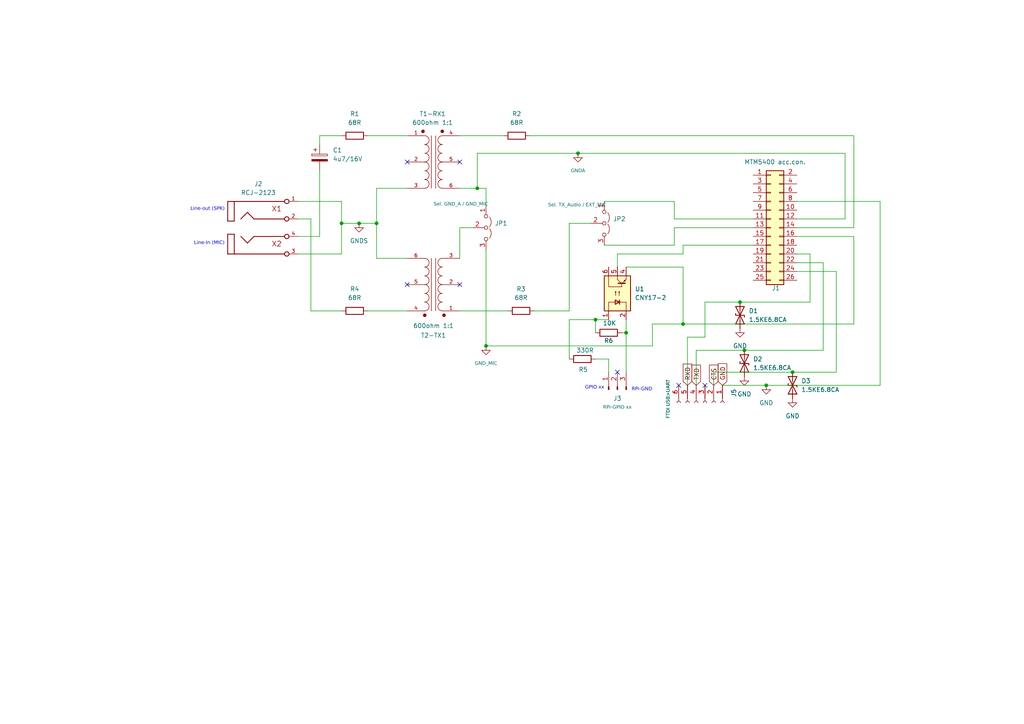
<source format=kicad_sch>
(kicad_sch
	(version 20250114)
	(generator "eeschema")
	(generator_version "9.0")
	(uuid "8616577d-069b-43d6-a4a7-799e83c9906b")
	(paper "A4")
	(title_block
		(title "Isolated SVXLink-RPi modem from CM108 to MTM5400")
		(date "2026-1-02")
		(rev "V 1.4")
		(company "Z32IT")
	)
	(lib_symbols
		(symbol "Connector:Conn_01x03_Pin"
			(pin_names
				(offset 1.016)
				(hide yes)
			)
			(exclude_from_sim no)
			(in_bom yes)
			(on_board yes)
			(property "Reference" "J"
				(at 0 5.08 0)
				(effects
					(font
						(size 1.27 1.27)
					)
				)
			)
			(property "Value" "Conn_01x03_Pin"
				(at 0 -5.08 0)
				(effects
					(font
						(size 1.27 1.27)
					)
				)
			)
			(property "Footprint" ""
				(at 0 0 0)
				(effects
					(font
						(size 1.27 1.27)
					)
					(hide yes)
				)
			)
			(property "Datasheet" "~"
				(at 0 0 0)
				(effects
					(font
						(size 1.27 1.27)
					)
					(hide yes)
				)
			)
			(property "Description" "Generic connector, single row, 01x03, script generated"
				(at 0 0 0)
				(effects
					(font
						(size 1.27 1.27)
					)
					(hide yes)
				)
			)
			(property "ki_locked" ""
				(at 0 0 0)
				(effects
					(font
						(size 1.27 1.27)
					)
				)
			)
			(property "ki_keywords" "connector"
				(at 0 0 0)
				(effects
					(font
						(size 1.27 1.27)
					)
					(hide yes)
				)
			)
			(property "ki_fp_filters" "Connector*:*_1x??_*"
				(at 0 0 0)
				(effects
					(font
						(size 1.27 1.27)
					)
					(hide yes)
				)
			)
			(symbol "Conn_01x03_Pin_1_1"
				(rectangle
					(start 0.8636 2.667)
					(end 0 2.413)
					(stroke
						(width 0.1524)
						(type default)
					)
					(fill
						(type outline)
					)
				)
				(rectangle
					(start 0.8636 0.127)
					(end 0 -0.127)
					(stroke
						(width 0.1524)
						(type default)
					)
					(fill
						(type outline)
					)
				)
				(rectangle
					(start 0.8636 -2.413)
					(end 0 -2.667)
					(stroke
						(width 0.1524)
						(type default)
					)
					(fill
						(type outline)
					)
				)
				(polyline
					(pts
						(xy 1.27 2.54) (xy 0.8636 2.54)
					)
					(stroke
						(width 0.1524)
						(type default)
					)
					(fill
						(type none)
					)
				)
				(polyline
					(pts
						(xy 1.27 0) (xy 0.8636 0)
					)
					(stroke
						(width 0.1524)
						(type default)
					)
					(fill
						(type none)
					)
				)
				(polyline
					(pts
						(xy 1.27 -2.54) (xy 0.8636 -2.54)
					)
					(stroke
						(width 0.1524)
						(type default)
					)
					(fill
						(type none)
					)
				)
				(pin passive line
					(at 5.08 2.54 180)
					(length 3.81)
					(name "Pin_1"
						(effects
							(font
								(size 1.27 1.27)
							)
						)
					)
					(number "1"
						(effects
							(font
								(size 1.27 1.27)
							)
						)
					)
				)
				(pin passive line
					(at 5.08 0 180)
					(length 3.81)
					(name "Pin_2"
						(effects
							(font
								(size 1.27 1.27)
							)
						)
					)
					(number "2"
						(effects
							(font
								(size 1.27 1.27)
							)
						)
					)
				)
				(pin passive line
					(at 5.08 -2.54 180)
					(length 3.81)
					(name "Pin_3"
						(effects
							(font
								(size 1.27 1.27)
							)
						)
					)
					(number "3"
						(effects
							(font
								(size 1.27 1.27)
							)
						)
					)
				)
			)
			(embedded_fonts no)
		)
		(symbol "Connector:Conn_01x06_Socket"
			(pin_names
				(offset 1.016)
				(hide yes)
			)
			(exclude_from_sim no)
			(in_bom yes)
			(on_board yes)
			(property "Reference" "J"
				(at 0 7.62 0)
				(effects
					(font
						(size 1.27 1.27)
					)
				)
			)
			(property "Value" "Conn_01x06_Socket"
				(at 0 -10.16 0)
				(effects
					(font
						(size 1.27 1.27)
					)
				)
			)
			(property "Footprint" ""
				(at 0 0 0)
				(effects
					(font
						(size 1.27 1.27)
					)
					(hide yes)
				)
			)
			(property "Datasheet" "~"
				(at 0 0 0)
				(effects
					(font
						(size 1.27 1.27)
					)
					(hide yes)
				)
			)
			(property "Description" "Generic connector, single row, 01x06, script generated"
				(at 0 0 0)
				(effects
					(font
						(size 1.27 1.27)
					)
					(hide yes)
				)
			)
			(property "ki_locked" ""
				(at 0 0 0)
				(effects
					(font
						(size 1.27 1.27)
					)
				)
			)
			(property "ki_keywords" "connector"
				(at 0 0 0)
				(effects
					(font
						(size 1.27 1.27)
					)
					(hide yes)
				)
			)
			(property "ki_fp_filters" "Connector*:*_1x??_*"
				(at 0 0 0)
				(effects
					(font
						(size 1.27 1.27)
					)
					(hide yes)
				)
			)
			(symbol "Conn_01x06_Socket_1_1"
				(polyline
					(pts
						(xy -1.27 5.08) (xy -0.508 5.08)
					)
					(stroke
						(width 0.1524)
						(type default)
					)
					(fill
						(type none)
					)
				)
				(polyline
					(pts
						(xy -1.27 2.54) (xy -0.508 2.54)
					)
					(stroke
						(width 0.1524)
						(type default)
					)
					(fill
						(type none)
					)
				)
				(polyline
					(pts
						(xy -1.27 0) (xy -0.508 0)
					)
					(stroke
						(width 0.1524)
						(type default)
					)
					(fill
						(type none)
					)
				)
				(polyline
					(pts
						(xy -1.27 -2.54) (xy -0.508 -2.54)
					)
					(stroke
						(width 0.1524)
						(type default)
					)
					(fill
						(type none)
					)
				)
				(polyline
					(pts
						(xy -1.27 -5.08) (xy -0.508 -5.08)
					)
					(stroke
						(width 0.1524)
						(type default)
					)
					(fill
						(type none)
					)
				)
				(polyline
					(pts
						(xy -1.27 -7.62) (xy -0.508 -7.62)
					)
					(stroke
						(width 0.1524)
						(type default)
					)
					(fill
						(type none)
					)
				)
				(arc
					(start 0 4.572)
					(mid -0.5058 5.08)
					(end 0 5.588)
					(stroke
						(width 0.1524)
						(type default)
					)
					(fill
						(type none)
					)
				)
				(arc
					(start 0 2.032)
					(mid -0.5058 2.54)
					(end 0 3.048)
					(stroke
						(width 0.1524)
						(type default)
					)
					(fill
						(type none)
					)
				)
				(arc
					(start 0 -0.508)
					(mid -0.5058 0)
					(end 0 0.508)
					(stroke
						(width 0.1524)
						(type default)
					)
					(fill
						(type none)
					)
				)
				(arc
					(start 0 -3.048)
					(mid -0.5058 -2.54)
					(end 0 -2.032)
					(stroke
						(width 0.1524)
						(type default)
					)
					(fill
						(type none)
					)
				)
				(arc
					(start 0 -5.588)
					(mid -0.5058 -5.08)
					(end 0 -4.572)
					(stroke
						(width 0.1524)
						(type default)
					)
					(fill
						(type none)
					)
				)
				(arc
					(start 0 -8.128)
					(mid -0.5058 -7.62)
					(end 0 -7.112)
					(stroke
						(width 0.1524)
						(type default)
					)
					(fill
						(type none)
					)
				)
				(pin passive line
					(at -5.08 5.08 0)
					(length 3.81)
					(name "Pin_1"
						(effects
							(font
								(size 1.27 1.27)
							)
						)
					)
					(number "1"
						(effects
							(font
								(size 1.27 1.27)
							)
						)
					)
				)
				(pin passive line
					(at -5.08 2.54 0)
					(length 3.81)
					(name "Pin_2"
						(effects
							(font
								(size 1.27 1.27)
							)
						)
					)
					(number "2"
						(effects
							(font
								(size 1.27 1.27)
							)
						)
					)
				)
				(pin passive line
					(at -5.08 0 0)
					(length 3.81)
					(name "Pin_3"
						(effects
							(font
								(size 1.27 1.27)
							)
						)
					)
					(number "3"
						(effects
							(font
								(size 1.27 1.27)
							)
						)
					)
				)
				(pin passive line
					(at -5.08 -2.54 0)
					(length 3.81)
					(name "Pin_4"
						(effects
							(font
								(size 1.27 1.27)
							)
						)
					)
					(number "4"
						(effects
							(font
								(size 1.27 1.27)
							)
						)
					)
				)
				(pin passive line
					(at -5.08 -5.08 0)
					(length 3.81)
					(name "Pin_5"
						(effects
							(font
								(size 1.27 1.27)
							)
						)
					)
					(number "5"
						(effects
							(font
								(size 1.27 1.27)
							)
						)
					)
				)
				(pin passive line
					(at -5.08 -7.62 0)
					(length 3.81)
					(name "Pin_6"
						(effects
							(font
								(size 1.27 1.27)
							)
						)
					)
					(number "6"
						(effects
							(font
								(size 1.27 1.27)
							)
						)
					)
				)
			)
			(embedded_fonts no)
		)
		(symbol "Connector_Generic:MTM5400_acc"
			(pin_names
				(offset 1.016)
				(hide yes)
			)
			(exclude_from_sim no)
			(in_bom yes)
			(on_board yes)
			(property "Reference" "J"
				(at 1.27 17.78 0)
				(effects
					(font
						(size 1.27 1.27)
					)
				)
			)
			(property "Value" "MTM5400 acc.con."
				(at 1.27 -17.78 0)
				(effects
					(font
						(size 1.27 1.27)
					)
				)
			)
			(property "Footprint" ""
				(at 0 0 0)
				(effects
					(font
						(size 1.27 1.27)
					)
					(hide yes)
				)
			)
			(property "Datasheet" "~"
				(at 0 0 0)
				(effects
					(font
						(size 1.27 1.27)
					)
					(hide yes)
				)
			)
			(property "Description" "Generic connector, double row, 02x13, odd/even pin numbering scheme (row 1 odd numbers, row 2 even numbers), script generated (kicad-library-utils/schlib/autogen/connector/)"
				(at 0 0 0)
				(effects
					(font
						(size 1.27 1.27)
					)
					(hide yes)
				)
			)
			(property "ki_keywords" "connector"
				(at 0 0 0)
				(effects
					(font
						(size 1.27 1.27)
					)
					(hide yes)
				)
			)
			(property "ki_fp_filters" "Connector*:*_2x??_*"
				(at 0 0 0)
				(effects
					(font
						(size 1.27 1.27)
					)
					(hide yes)
				)
			)
			(symbol "MTM5400_acc_1_1"
				(rectangle
					(start -1.27 16.51)
					(end 3.81 -16.51)
					(stroke
						(width 0.254)
						(type default)
					)
					(fill
						(type background)
					)
				)
				(rectangle
					(start -1.27 15.367)
					(end 0 15.113)
					(stroke
						(width 0.1524)
						(type default)
					)
					(fill
						(type none)
					)
				)
				(rectangle
					(start -1.27 12.827)
					(end 0 12.573)
					(stroke
						(width 0.1524)
						(type default)
					)
					(fill
						(type none)
					)
				)
				(rectangle
					(start -1.27 10.287)
					(end 0 10.033)
					(stroke
						(width 0.1524)
						(type default)
					)
					(fill
						(type none)
					)
				)
				(rectangle
					(start -1.27 7.747)
					(end 0 7.493)
					(stroke
						(width 0.1524)
						(type default)
					)
					(fill
						(type none)
					)
				)
				(rectangle
					(start -1.27 5.207)
					(end 0 4.953)
					(stroke
						(width 0.1524)
						(type default)
					)
					(fill
						(type none)
					)
				)
				(rectangle
					(start -1.27 2.667)
					(end 0 2.413)
					(stroke
						(width 0.1524)
						(type default)
					)
					(fill
						(type none)
					)
				)
				(rectangle
					(start -1.27 0.127)
					(end 0 -0.127)
					(stroke
						(width 0.1524)
						(type default)
					)
					(fill
						(type none)
					)
				)
				(rectangle
					(start -1.27 -2.413)
					(end 0 -2.667)
					(stroke
						(width 0.1524)
						(type default)
					)
					(fill
						(type none)
					)
				)
				(rectangle
					(start -1.27 -4.953)
					(end 0 -5.207)
					(stroke
						(width 0.1524)
						(type default)
					)
					(fill
						(type none)
					)
				)
				(rectangle
					(start -1.27 -7.493)
					(end 0 -7.747)
					(stroke
						(width 0.1524)
						(type default)
					)
					(fill
						(type none)
					)
				)
				(rectangle
					(start -1.27 -10.033)
					(end 0 -10.287)
					(stroke
						(width 0.1524)
						(type default)
					)
					(fill
						(type none)
					)
				)
				(rectangle
					(start -1.27 -12.573)
					(end 0 -12.827)
					(stroke
						(width 0.1524)
						(type default)
					)
					(fill
						(type none)
					)
				)
				(rectangle
					(start -1.27 -15.113)
					(end 0 -15.367)
					(stroke
						(width 0.1524)
						(type default)
					)
					(fill
						(type none)
					)
				)
				(rectangle
					(start 3.81 15.367)
					(end 2.54 15.113)
					(stroke
						(width 0.1524)
						(type default)
					)
					(fill
						(type none)
					)
				)
				(rectangle
					(start 3.81 12.827)
					(end 2.54 12.573)
					(stroke
						(width 0.1524)
						(type default)
					)
					(fill
						(type none)
					)
				)
				(rectangle
					(start 3.81 10.287)
					(end 2.54 10.033)
					(stroke
						(width 0.1524)
						(type default)
					)
					(fill
						(type none)
					)
				)
				(rectangle
					(start 3.81 7.747)
					(end 2.54 7.493)
					(stroke
						(width 0.1524)
						(type default)
					)
					(fill
						(type none)
					)
				)
				(rectangle
					(start 3.81 5.207)
					(end 2.54 4.953)
					(stroke
						(width 0.1524)
						(type default)
					)
					(fill
						(type none)
					)
				)
				(rectangle
					(start 3.81 2.667)
					(end 2.54 2.413)
					(stroke
						(width 0.1524)
						(type default)
					)
					(fill
						(type none)
					)
				)
				(rectangle
					(start 3.81 0.127)
					(end 2.54 -0.127)
					(stroke
						(width 0.1524)
						(type default)
					)
					(fill
						(type none)
					)
				)
				(rectangle
					(start 3.81 -2.413)
					(end 2.54 -2.667)
					(stroke
						(width 0.1524)
						(type default)
					)
					(fill
						(type none)
					)
				)
				(rectangle
					(start 3.81 -4.953)
					(end 2.54 -5.207)
					(stroke
						(width 0.1524)
						(type default)
					)
					(fill
						(type none)
					)
				)
				(rectangle
					(start 3.81 -7.493)
					(end 2.54 -7.747)
					(stroke
						(width 0.1524)
						(type default)
					)
					(fill
						(type none)
					)
				)
				(rectangle
					(start 3.81 -10.033)
					(end 2.54 -10.287)
					(stroke
						(width 0.1524)
						(type default)
					)
					(fill
						(type none)
					)
				)
				(rectangle
					(start 3.81 -12.573)
					(end 2.54 -12.827)
					(stroke
						(width 0.1524)
						(type default)
					)
					(fill
						(type none)
					)
				)
				(rectangle
					(start 3.81 -15.113)
					(end 2.54 -15.367)
					(stroke
						(width 0.1524)
						(type default)
					)
					(fill
						(type none)
					)
				)
				(pin passive line
					(at -5.08 15.24 0)
					(length 3.81)
					(name "Pin_26"
						(effects
							(font
								(size 1.27 1.27)
							)
						)
					)
					(number "26"
						(effects
							(font
								(size 1.27 1.27)
							)
						)
					)
				)
				(pin passive line
					(at -5.08 12.7 0)
					(length 3.81)
					(name "CTS"
						(effects
							(font
								(size 1.27 1.27)
							)
						)
					)
					(number "24"
						(effects
							(font
								(size 1.27 1.27)
							)
						)
					)
				)
				(pin passive line
					(at -5.08 10.16 0)
					(length 3.81)
					(name "RXD"
						(effects
							(font
								(size 1.27 1.27)
							)
						)
					)
					(number "22"
						(effects
							(font
								(size 1.27 1.27)
							)
						)
					)
				)
				(pin passive line
					(at -5.08 7.62 0)
					(length 3.81)
					(name "TXD"
						(effects
							(font
								(size 1.27 1.27)
							)
						)
					)
					(number "20"
						(effects
							(font
								(size 1.27 1.27)
							)
						)
					)
				)
				(pin passive line
					(at -5.08 5.08 0)
					(length 3.81)
					(name "Pin_18"
						(effects
							(font
								(size 1.27 1.27)
							)
						)
					)
					(number "18"
						(effects
							(font
								(size 1.27 1.27)
							)
						)
					)
				)
				(pin passive line
					(at -5.08 2.54 0)
					(length 3.81)
					(name "GND_MIC"
						(effects
							(font
								(size 1.27 1.27)
							)
						)
					)
					(number "16"
						(effects
							(font
								(size 1.27 1.27)
							)
						)
					)
				)
				(pin passive line
					(at -5.08 0 0)
					(length 3.81)
					(name "RX_Audio"
						(effects
							(font
								(size 1.27 1.27)
							)
						)
					)
					(number "14"
						(effects
							(font
								(size 1.27 1.27)
							)
						)
					)
				)
				(pin passive line
					(at -5.08 -2.54 0)
					(length 3.81)
					(name "GND_A"
						(effects
							(font
								(size 1.27 1.27)
							)
						)
					)
					(number "12"
						(effects
							(font
								(size 1.27 1.27)
							)
						)
					)
				)
				(pin passive line
					(at -5.08 -5.08 0)
					(length 3.81)
					(name "Pin_10"
						(effects
							(font
								(size 1.27 1.27)
							)
						)
					)
					(number "10"
						(effects
							(font
								(size 1.27 1.27)
							)
						)
					)
				)
				(pin passive line
					(at -5.08 -7.62 0)
					(length 3.81)
					(name "GND"
						(effects
							(font
								(size 1.27 1.27)
							)
						)
					)
					(number "8"
						(effects
							(font
								(size 1.27 1.27)
							)
						)
					)
				)
				(pin passive line
					(at -5.08 -10.16 0)
					(length 3.81)
					(name "Pin_6"
						(effects
							(font
								(size 1.27 1.27)
							)
						)
					)
					(number "6"
						(effects
							(font
								(size 1.27 1.27)
							)
						)
					)
				)
				(pin passive line
					(at -5.08 -12.7 0)
					(length 3.81)
					(name "Pin_4"
						(effects
							(font
								(size 1.27 1.27)
							)
						)
					)
					(number "4"
						(effects
							(font
								(size 1.27 1.27)
							)
						)
					)
				)
				(pin passive line
					(at -5.08 -15.24 0)
					(length 3.81)
					(name "Pin_2"
						(effects
							(font
								(size 1.27 1.27)
							)
						)
					)
					(number "2"
						(effects
							(font
								(size 1.27 1.27)
							)
						)
					)
				)
				(pin passive line
					(at 7.62 15.24 180)
					(length 3.81)
					(name "Pin_25"
						(effects
							(font
								(size 1.27 1.27)
							)
						)
					)
					(number "25"
						(effects
							(font
								(size 1.27 1.27)
							)
						)
					)
				)
				(pin passive line
					(at 7.62 12.7 180)
					(length 3.81)
					(name "Pin_23"
						(effects
							(font
								(size 1.27 1.27)
							)
						)
					)
					(number "23"
						(effects
							(font
								(size 1.27 1.27)
							)
						)
					)
				)
				(pin passive line
					(at 7.62 10.16 180)
					(length 3.81)
					(name "Pin_21"
						(effects
							(font
								(size 1.27 1.27)
							)
						)
					)
					(number "21"
						(effects
							(font
								(size 1.27 1.27)
							)
						)
					)
				)
				(pin passive line
					(at 7.62 7.62 180)
					(length 3.81)
					(name "Pin_19"
						(effects
							(font
								(size 1.27 1.27)
							)
						)
					)
					(number "19"
						(effects
							(font
								(size 1.27 1.27)
							)
						)
					)
				)
				(pin passive line
					(at 7.62 5.08 180)
					(length 3.81)
					(name "PTT"
						(effects
							(font
								(size 1.27 1.27)
							)
						)
					)
					(number "17"
						(effects
							(font
								(size 1.27 1.27)
							)
						)
					)
				)
				(pin passive line
					(at 7.62 2.54 180)
					(length 3.81)
					(name "Pin_15"
						(effects
							(font
								(size 1.27 1.27)
							)
						)
					)
					(number "15"
						(effects
							(font
								(size 1.27 1.27)
							)
						)
					)
				)
				(pin passive line
					(at 7.62 0 180)
					(length 3.81)
					(name "EXT_MIC"
						(effects
							(font
								(size 1.27 1.27)
							)
						)
					)
					(number "13"
						(effects
							(font
								(size 1.27 1.27)
							)
						)
					)
				)
				(pin passive line
					(at 7.62 -2.54 180)
					(length 3.81)
					(name "TX_Audio"
						(effects
							(font
								(size 1.27 1.27)
							)
						)
					)
					(number "11"
						(effects
							(font
								(size 1.27 1.27)
							)
						)
					)
				)
				(pin passive line
					(at 7.62 -5.08 180)
					(length 3.81)
					(name "Pin_9"
						(effects
							(font
								(size 1.27 1.27)
							)
						)
					)
					(number "9"
						(effects
							(font
								(size 1.27 1.27)
							)
						)
					)
				)
				(pin passive line
					(at 7.62 -7.62 180)
					(length 3.81)
					(name "Pin_7"
						(effects
							(font
								(size 1.27 1.27)
							)
						)
					)
					(number "7"
						(effects
							(font
								(size 1.27 1.27)
							)
						)
					)
				)
				(pin passive line
					(at 7.62 -10.16 180)
					(length 3.81)
					(name "Pin_5"
						(effects
							(font
								(size 1.27 1.27)
							)
						)
					)
					(number "5"
						(effects
							(font
								(size 1.27 1.27)
							)
						)
					)
				)
				(pin passive line
					(at 7.62 -12.7 180)
					(length 3.81)
					(name "Pin_3"
						(effects
							(font
								(size 1.27 1.27)
							)
						)
					)
					(number "3"
						(effects
							(font
								(size 1.27 1.27)
							)
						)
					)
				)
				(pin passive line
					(at 7.62 -15.24 180)
					(length 3.81)
					(name "Pin_1"
						(effects
							(font
								(size 1.27 1.27)
							)
						)
					)
					(number "1"
						(effects
							(font
								(size 1.27 1.27)
							)
						)
					)
				)
			)
			(embedded_fonts no)
		)
		(symbol "Device:C_Polarized"
			(pin_numbers
				(hide yes)
			)
			(pin_names
				(offset 0.254)
			)
			(exclude_from_sim no)
			(in_bom yes)
			(on_board yes)
			(property "Reference" "C"
				(at 0.635 2.54 0)
				(effects
					(font
						(size 1.27 1.27)
					)
					(justify left)
				)
			)
			(property "Value" "C_Polarized"
				(at 0.635 -2.54 0)
				(effects
					(font
						(size 1.27 1.27)
					)
					(justify left)
				)
			)
			(property "Footprint" ""
				(at 0.9652 -3.81 0)
				(effects
					(font
						(size 1.27 1.27)
					)
					(hide yes)
				)
			)
			(property "Datasheet" "~"
				(at 0 0 0)
				(effects
					(font
						(size 1.27 1.27)
					)
					(hide yes)
				)
			)
			(property "Description" "Polarized capacitor"
				(at 0 0 0)
				(effects
					(font
						(size 1.27 1.27)
					)
					(hide yes)
				)
			)
			(property "ki_keywords" "cap capacitor"
				(at 0 0 0)
				(effects
					(font
						(size 1.27 1.27)
					)
					(hide yes)
				)
			)
			(property "ki_fp_filters" "CP_*"
				(at 0 0 0)
				(effects
					(font
						(size 1.27 1.27)
					)
					(hide yes)
				)
			)
			(symbol "C_Polarized_0_1"
				(rectangle
					(start -2.286 0.508)
					(end 2.286 1.016)
					(stroke
						(width 0)
						(type default)
					)
					(fill
						(type none)
					)
				)
				(polyline
					(pts
						(xy -1.778 2.286) (xy -0.762 2.286)
					)
					(stroke
						(width 0)
						(type default)
					)
					(fill
						(type none)
					)
				)
				(polyline
					(pts
						(xy -1.27 2.794) (xy -1.27 1.778)
					)
					(stroke
						(width 0)
						(type default)
					)
					(fill
						(type none)
					)
				)
				(rectangle
					(start 2.286 -0.508)
					(end -2.286 -1.016)
					(stroke
						(width 0)
						(type default)
					)
					(fill
						(type outline)
					)
				)
			)
			(symbol "C_Polarized_1_1"
				(pin passive line
					(at 0 3.81 270)
					(length 2.794)
					(name "~"
						(effects
							(font
								(size 1.27 1.27)
							)
						)
					)
					(number "1"
						(effects
							(font
								(size 1.27 1.27)
							)
						)
					)
				)
				(pin passive line
					(at 0 -3.81 90)
					(length 2.794)
					(name "~"
						(effects
							(font
								(size 1.27 1.27)
							)
						)
					)
					(number "2"
						(effects
							(font
								(size 1.27 1.27)
							)
						)
					)
				)
			)
			(embedded_fonts no)
		)
		(symbol "Device:R"
			(pin_numbers
				(hide yes)
			)
			(pin_names
				(offset 0)
			)
			(exclude_from_sim no)
			(in_bom yes)
			(on_board yes)
			(property "Reference" "R"
				(at 2.032 0 90)
				(effects
					(font
						(size 1.27 1.27)
					)
				)
			)
			(property "Value" "R"
				(at 0 0 90)
				(effects
					(font
						(size 1.27 1.27)
					)
				)
			)
			(property "Footprint" ""
				(at -1.778 0 90)
				(effects
					(font
						(size 1.27 1.27)
					)
					(hide yes)
				)
			)
			(property "Datasheet" "~"
				(at 0 0 0)
				(effects
					(font
						(size 1.27 1.27)
					)
					(hide yes)
				)
			)
			(property "Description" "Resistor"
				(at 0 0 0)
				(effects
					(font
						(size 1.27 1.27)
					)
					(hide yes)
				)
			)
			(property "ki_keywords" "R res resistor"
				(at 0 0 0)
				(effects
					(font
						(size 1.27 1.27)
					)
					(hide yes)
				)
			)
			(property "ki_fp_filters" "R_*"
				(at 0 0 0)
				(effects
					(font
						(size 1.27 1.27)
					)
					(hide yes)
				)
			)
			(symbol "R_0_1"
				(rectangle
					(start -1.016 -2.54)
					(end 1.016 2.54)
					(stroke
						(width 0.254)
						(type default)
					)
					(fill
						(type none)
					)
				)
			)
			(symbol "R_1_1"
				(pin passive line
					(at 0 3.81 270)
					(length 1.27)
					(name "~"
						(effects
							(font
								(size 1.27 1.27)
							)
						)
					)
					(number "1"
						(effects
							(font
								(size 1.27 1.27)
							)
						)
					)
				)
				(pin passive line
					(at 0 -3.81 90)
					(length 1.27)
					(name "~"
						(effects
							(font
								(size 1.27 1.27)
							)
						)
					)
					(number "2"
						(effects
							(font
								(size 1.27 1.27)
							)
						)
					)
				)
			)
			(embedded_fonts no)
		)
		(symbol "Diode:1.5KExxCA"
			(pin_numbers
				(hide yes)
			)
			(pin_names
				(offset 1.016)
				(hide yes)
			)
			(exclude_from_sim no)
			(in_bom yes)
			(on_board yes)
			(property "Reference" "D"
				(at 0 2.54 0)
				(effects
					(font
						(size 1.27 1.27)
					)
				)
			)
			(property "Value" "1.5KExxCA"
				(at 0 -2.54 0)
				(effects
					(font
						(size 1.27 1.27)
					)
				)
			)
			(property "Footprint" "Diode_THT:D_DO-201AE_P15.24mm_Horizontal"
				(at 0 -5.08 0)
				(effects
					(font
						(size 1.27 1.27)
					)
					(hide yes)
				)
			)
			(property "Datasheet" "https://www.vishay.com/docs/88301/15ke.pdf"
				(at 0 0 0)
				(effects
					(font
						(size 1.27 1.27)
					)
					(hide yes)
				)
			)
			(property "Description" "1500W bidirectional TVS diode, DO-201AE"
				(at 0 0 0)
				(effects
					(font
						(size 1.27 1.27)
					)
					(hide yes)
				)
			)
			(property "ki_keywords" "transient voltage suppressor TRANSZORB®"
				(at 0 0 0)
				(effects
					(font
						(size 1.27 1.27)
					)
					(hide yes)
				)
			)
			(property "ki_fp_filters" "D?DO?201AE*"
				(at 0 0 0)
				(effects
					(font
						(size 1.27 1.27)
					)
					(hide yes)
				)
			)
			(symbol "1.5KExxCA_0_1"
				(polyline
					(pts
						(xy -2.54 -1.27) (xy 0 0) (xy -2.54 1.27) (xy -2.54 -1.27)
					)
					(stroke
						(width 0.254)
						(type default)
					)
					(fill
						(type none)
					)
				)
				(polyline
					(pts
						(xy 0.508 1.27) (xy 0 1.27) (xy 0 -1.27) (xy -0.508 -1.27)
					)
					(stroke
						(width 0.254)
						(type default)
					)
					(fill
						(type none)
					)
				)
				(polyline
					(pts
						(xy 1.27 0) (xy -1.27 0)
					)
					(stroke
						(width 0)
						(type default)
					)
					(fill
						(type none)
					)
				)
				(polyline
					(pts
						(xy 2.54 1.27) (xy 2.54 -1.27) (xy 0 0) (xy 2.54 1.27)
					)
					(stroke
						(width 0.254)
						(type default)
					)
					(fill
						(type none)
					)
				)
			)
			(symbol "1.5KExxCA_1_1"
				(pin passive line
					(at -3.81 0 0)
					(length 2.54)
					(name "A1"
						(effects
							(font
								(size 1.27 1.27)
							)
						)
					)
					(number "1"
						(effects
							(font
								(size 1.27 1.27)
							)
						)
					)
				)
				(pin passive line
					(at 3.81 0 180)
					(length 2.54)
					(name "A2"
						(effects
							(font
								(size 1.27 1.27)
							)
						)
					)
					(number "2"
						(effects
							(font
								(size 1.27 1.27)
							)
						)
					)
				)
			)
			(embedded_fonts no)
		)
		(symbol "Isolator:CNY17-2"
			(pin_names
				(offset 1.016)
			)
			(exclude_from_sim no)
			(in_bom yes)
			(on_board yes)
			(property "Reference" "U"
				(at -5.08 5.08 0)
				(effects
					(font
						(size 1.27 1.27)
					)
					(justify left)
				)
			)
			(property "Value" "CNY17-2"
				(at 0 5.08 0)
				(effects
					(font
						(size 1.27 1.27)
					)
					(justify left)
				)
			)
			(property "Footprint" ""
				(at 0 0 0)
				(effects
					(font
						(size 1.27 1.27)
					)
					(justify left)
					(hide yes)
				)
			)
			(property "Datasheet" "http://www.vishay.com/docs/83606/cny17.pdf"
				(at 0 0 0)
				(effects
					(font
						(size 1.27 1.27)
					)
					(justify left)
					(hide yes)
				)
			)
			(property "Description" "DC Optocoupler Base Connected, Vce 70V, CTR 63-125%, Viso 5000V (RMS), DIP6"
				(at 0 0 0)
				(effects
					(font
						(size 1.27 1.27)
					)
					(hide yes)
				)
			)
			(property "ki_keywords" "NPN DC Optocoupler Base Connected"
				(at 0 0 0)
				(effects
					(font
						(size 1.27 1.27)
					)
					(hide yes)
				)
			)
			(property "ki_fp_filters" "DIP*W7.62mm* DIP*W10.16mm* SMDIP*W9.53mm*"
				(at 0 0 0)
				(effects
					(font
						(size 1.27 1.27)
					)
					(hide yes)
				)
			)
			(symbol "CNY17-2_0_1"
				(rectangle
					(start -5.08 3.81)
					(end 5.08 -3.81)
					(stroke
						(width 0.254)
						(type default)
					)
					(fill
						(type background)
					)
				)
				(polyline
					(pts
						(xy -5.08 2.54) (xy -2.54 2.54) (xy -2.54 -0.762)
					)
					(stroke
						(width 0)
						(type default)
					)
					(fill
						(type none)
					)
				)
				(polyline
					(pts
						(xy -3.175 -0.635) (xy -1.905 -0.635)
					)
					(stroke
						(width 0.254)
						(type default)
					)
					(fill
						(type none)
					)
				)
				(polyline
					(pts
						(xy -2.54 -0.635) (xy -2.54 -2.54) (xy -5.08 -2.54)
					)
					(stroke
						(width 0)
						(type default)
					)
					(fill
						(type none)
					)
				)
				(polyline
					(pts
						(xy -2.54 -0.635) (xy -3.175 0.635) (xy -1.905 0.635) (xy -2.54 -0.635)
					)
					(stroke
						(width 0.254)
						(type default)
					)
					(fill
						(type none)
					)
				)
				(polyline
					(pts
						(xy -0.635 0.508) (xy 0.635 0.508) (xy 0.254 0.381) (xy 0.254 0.635) (xy 0.635 0.508)
					)
					(stroke
						(width 0)
						(type default)
					)
					(fill
						(type none)
					)
				)
				(polyline
					(pts
						(xy -0.635 -0.508) (xy 0.635 -0.508) (xy 0.254 -0.635) (xy 0.254 -0.381) (xy 0.635 -0.508)
					)
					(stroke
						(width 0)
						(type default)
					)
					(fill
						(type none)
					)
				)
				(polyline
					(pts
						(xy 1.905 -1.27) (xy 1.905 2.54) (xy 5.08 2.54)
					)
					(stroke
						(width 0)
						(type default)
					)
					(fill
						(type none)
					)
				)
				(polyline
					(pts
						(xy 2.921 -0.254) (xy 2.921 -2.286) (xy 2.921 -2.286)
					)
					(stroke
						(width 0.3556)
						(type default)
					)
					(fill
						(type none)
					)
				)
				(polyline
					(pts
						(xy 2.921 -1.143) (xy 4.064 0)
					)
					(stroke
						(width 0)
						(type default)
					)
					(fill
						(type none)
					)
				)
				(polyline
					(pts
						(xy 2.921 -1.27) (xy 1.905 -1.27)
					)
					(stroke
						(width 0)
						(type default)
					)
					(fill
						(type none)
					)
				)
				(polyline
					(pts
						(xy 2.921 -1.397) (xy 4.064 -2.54)
					)
					(stroke
						(width 0)
						(type default)
					)
					(fill
						(type none)
					)
				)
				(polyline
					(pts
						(xy 3.937 -2.413) (xy 3.683 -1.905) (xy 3.429 -2.159) (xy 3.937 -2.413)
					)
					(stroke
						(width 0)
						(type default)
					)
					(fill
						(type none)
					)
				)
				(polyline
					(pts
						(xy 4.064 -2.54) (xy 5.08 -2.54)
					)
					(stroke
						(width 0)
						(type default)
					)
					(fill
						(type none)
					)
				)
				(polyline
					(pts
						(xy 5.08 0) (xy 4.064 0)
					)
					(stroke
						(width 0)
						(type default)
					)
					(fill
						(type none)
					)
				)
			)
			(symbol "CNY17-2_1_1"
				(pin passive line
					(at -7.62 2.54 0)
					(length 2.54)
					(name "~"
						(effects
							(font
								(size 1.27 1.27)
							)
						)
					)
					(number "1"
						(effects
							(font
								(size 1.27 1.27)
							)
						)
					)
				)
				(pin passive line
					(at -7.62 -2.54 0)
					(length 2.54)
					(name "~"
						(effects
							(font
								(size 1.27 1.27)
							)
						)
					)
					(number "2"
						(effects
							(font
								(size 1.27 1.27)
							)
						)
					)
				)
				(pin no_connect line
					(at -5.08 0 0)
					(length 2.54)
					(hide yes)
					(name "NC"
						(effects
							(font
								(size 1.27 1.27)
							)
						)
					)
					(number "3"
						(effects
							(font
								(size 1.27 1.27)
							)
						)
					)
				)
				(pin passive line
					(at 7.62 2.54 180)
					(length 2.54)
					(name "~"
						(effects
							(font
								(size 1.27 1.27)
							)
						)
					)
					(number "6"
						(effects
							(font
								(size 1.27 1.27)
							)
						)
					)
				)
				(pin passive line
					(at 7.62 0 180)
					(length 2.54)
					(name "~"
						(effects
							(font
								(size 1.27 1.27)
							)
						)
					)
					(number "5"
						(effects
							(font
								(size 1.27 1.27)
							)
						)
					)
				)
				(pin passive line
					(at 7.62 -2.54 180)
					(length 2.54)
					(name "~"
						(effects
							(font
								(size 1.27 1.27)
							)
						)
					)
					(number "4"
						(effects
							(font
								(size 1.27 1.27)
							)
						)
					)
				)
			)
			(embedded_fonts no)
		)
		(symbol "Jumper:Jumper_3_Open"
			(pin_names
				(offset 0)
				(hide yes)
			)
			(exclude_from_sim yes)
			(in_bom no)
			(on_board yes)
			(property "Reference" "JP"
				(at -2.54 -2.54 0)
				(effects
					(font
						(size 1.27 1.27)
					)
				)
			)
			(property "Value" "Jumper_3_Open"
				(at 0 2.794 0)
				(effects
					(font
						(size 1.27 1.27)
					)
				)
			)
			(property "Footprint" ""
				(at 0 0 0)
				(effects
					(font
						(size 1.27 1.27)
					)
					(hide yes)
				)
			)
			(property "Datasheet" "~"
				(at 0 0 0)
				(effects
					(font
						(size 1.27 1.27)
					)
					(hide yes)
				)
			)
			(property "Description" "Jumper, 3-pole, both open"
				(at 0 0 0)
				(effects
					(font
						(size 1.27 1.27)
					)
					(hide yes)
				)
			)
			(property "ki_keywords" "Jumper SPDT"
				(at 0 0 0)
				(effects
					(font
						(size 1.27 1.27)
					)
					(hide yes)
				)
			)
			(property "ki_fp_filters" "Jumper* TestPoint*3Pads* TestPoint*Bridge*"
				(at 0 0 0)
				(effects
					(font
						(size 1.27 1.27)
					)
					(hide yes)
				)
			)
			(symbol "Jumper_3_Open_0_0"
				(circle
					(center -3.302 0)
					(radius 0.508)
					(stroke
						(width 0)
						(type default)
					)
					(fill
						(type none)
					)
				)
				(circle
					(center 0 0)
					(radius 0.508)
					(stroke
						(width 0)
						(type default)
					)
					(fill
						(type none)
					)
				)
				(circle
					(center 3.302 0)
					(radius 0.508)
					(stroke
						(width 0)
						(type default)
					)
					(fill
						(type none)
					)
				)
			)
			(symbol "Jumper_3_Open_0_1"
				(arc
					(start -3.048 1.016)
					(mid -1.651 1.4992)
					(end -0.254 1.016)
					(stroke
						(width 0)
						(type default)
					)
					(fill
						(type none)
					)
				)
				(polyline
					(pts
						(xy 0 -0.508) (xy 0 -1.27)
					)
					(stroke
						(width 0)
						(type default)
					)
					(fill
						(type none)
					)
				)
				(arc
					(start 0.254 1.016)
					(mid 1.651 1.4992)
					(end 3.048 1.016)
					(stroke
						(width 0)
						(type default)
					)
					(fill
						(type none)
					)
				)
			)
			(symbol "Jumper_3_Open_1_1"
				(pin passive line
					(at -6.35 0 0)
					(length 2.54)
					(name "A"
						(effects
							(font
								(size 1.27 1.27)
							)
						)
					)
					(number "1"
						(effects
							(font
								(size 1.27 1.27)
							)
						)
					)
				)
				(pin passive line
					(at 0 -3.81 90)
					(length 2.54)
					(name "C"
						(effects
							(font
								(size 1.27 1.27)
							)
						)
					)
					(number "2"
						(effects
							(font
								(size 1.27 1.27)
							)
						)
					)
				)
				(pin passive line
					(at 6.35 0 180)
					(length 2.54)
					(name "B"
						(effects
							(font
								(size 1.27 1.27)
							)
						)
					)
					(number "3"
						(effects
							(font
								(size 1.27 1.27)
							)
						)
					)
				)
			)
			(embedded_fonts no)
		)
		(symbol "RCJ-2123:RCJ-2123"
			(pin_names
				(offset 1.016)
			)
			(exclude_from_sim no)
			(in_bom yes)
			(on_board yes)
			(property "Reference" "J"
				(at 0 0 0)
				(effects
					(font
						(size 1.27 1.27)
					)
					(justify bottom)
				)
			)
			(property "Value" "RCJ-2123"
				(at 0 0 0)
				(effects
					(font
						(size 1.27 1.27)
					)
					(justify bottom)
				)
			)
			(property "Footprint" "RCJ-2123:RCJ-2121"
				(at 0 0 0)
				(effects
					(font
						(size 1.27 1.27)
					)
					(justify bottom)
					(hide yes)
				)
			)
			(property "Datasheet" "http://datasheets.diptrace.com/con_rca_jack/rcj-21xx.pdf"
				(at 0 0 0)
				(effects
					(font
						(size 1.27 1.27)
					)
					(justify bottom)
					(hide yes)
				)
			)
			(property "Description" ""
				(at 0 0 0)
				(effects
					(font
						(size 1.27 1.27)
					)
					(hide yes)
				)
			)
			(property "MF" "Same Sky"
				(at 0 0 0)
				(effects
					(font
						(size 1.27 1.27)
					)
					(justify bottom)
					(hide yes)
				)
			)
			(property "Description_1" "2-Port, Right-Angle,, RCA Jack, Horizontal"
				(at 0 0 0)
				(effects
					(font
						(size 1.27 1.27)
					)
					(justify bottom)
					(hide yes)
				)
			)
			(property "Package" "None"
				(at 0 0 0)
				(effects
					(font
						(size 1.27 1.27)
					)
					(justify bottom)
					(hide yes)
				)
			)
			(property "Price" "None"
				(at 0 0 0)
				(effects
					(font
						(size 1.27 1.27)
					)
					(justify bottom)
					(hide yes)
				)
			)
			(property "Check_prices" "https://www.snapeda.com/parts/RCJ-2123/Same+Sky/view-part/?ref=eda"
				(at 0 0 0)
				(effects
					(font
						(size 1.27 1.27)
					)
					(justify bottom)
					(hide yes)
				)
			)
			(property "SnapEDA_Link" "https://www.snapeda.com/parts/RCJ-2123/Same+Sky/view-part/?ref=snap"
				(at 0 0 0)
				(effects
					(font
						(size 1.27 1.27)
					)
					(justify bottom)
					(hide yes)
				)
			)
			(property "MP" "RCJ-2123"
				(at 0 0 0)
				(effects
					(font
						(size 1.27 1.27)
					)
					(justify bottom)
					(hide yes)
				)
			)
			(property "Purchase-URL" "https://www.snapeda.com/api/url_track_click_mouser/?unipart_id=583834&manufacturer=Same Sky&part_name=RCJ-2123&search_term=rca footprint"
				(at 0 0 0)
				(effects
					(font
						(size 1.27 1.27)
					)
					(justify bottom)
					(hide yes)
				)
			)
			(property "Availability" "In Stock"
				(at 0 0 0)
				(effects
					(font
						(size 1.27 1.27)
					)
					(justify bottom)
					(hide yes)
				)
			)
			(property "MANUFACTURER" "CUI"
				(at 0 0 0)
				(effects
					(font
						(size 1.27 1.27)
					)
					(justify bottom)
					(hide yes)
				)
			)
			(symbol "RCJ-2123_0_0"
				(polyline
					(pts
						(xy -8.888 7.62) (xy 7.609 7.62)
					)
					(stroke
						(width 0.25)
						(type default)
					)
					(fill
						(type none)
					)
				)
				(polyline
					(pts
						(xy -8.888 1.905) (xy -8.888 7.62)
					)
					(stroke
						(width 0.25)
						(type default)
					)
					(fill
						(type none)
					)
				)
				(polyline
					(pts
						(xy -8.888 1.905) (xy -6.983 1.905)
					)
					(stroke
						(width 0.25)
						(type default)
					)
					(fill
						(type none)
					)
				)
				(polyline
					(pts
						(xy -8.888 -1.905) (xy -8.888 -7.62)
					)
					(stroke
						(width 0.25)
						(type default)
					)
					(fill
						(type none)
					)
				)
				(polyline
					(pts
						(xy -8.888 -1.905) (xy -6.983 -1.905)
					)
					(stroke
						(width 0.25)
						(type default)
					)
					(fill
						(type none)
					)
				)
				(polyline
					(pts
						(xy -8.888 -7.62) (xy 7.609 -7.62)
					)
					(stroke
						(width 0.25)
						(type default)
					)
					(fill
						(type none)
					)
				)
				(polyline
					(pts
						(xy -6.983 1.905) (xy -6.983 7.62)
					)
					(stroke
						(width 0.25)
						(type default)
					)
					(fill
						(type none)
					)
				)
				(polyline
					(pts
						(xy -6.983 -1.905) (xy -6.983 -7.62)
					)
					(stroke
						(width 0.25)
						(type default)
					)
					(fill
						(type none)
					)
				)
				(polyline
					(pts
						(xy -5.078 2.54) (xy -3.173 4.445)
					)
					(stroke
						(width 0.25)
						(type default)
					)
					(fill
						(type none)
					)
				)
				(polyline
					(pts
						(xy -5.078 -2.54) (xy -3.173 -4.445)
					)
					(stroke
						(width 0.25)
						(type default)
					)
					(fill
						(type none)
					)
				)
				(polyline
					(pts
						(xy -3.173 4.445) (xy -1.268 2.54)
					)
					(stroke
						(width 0.25)
						(type default)
					)
					(fill
						(type none)
					)
				)
				(polyline
					(pts
						(xy -3.173 -4.445) (xy -1.268 -2.54)
					)
					(stroke
						(width 0.25)
						(type default)
					)
					(fill
						(type none)
					)
				)
				(polyline
					(pts
						(xy -1.268 2.54) (xy 7.609 2.54)
					)
					(stroke
						(width 0.25)
						(type default)
					)
					(fill
						(type none)
					)
				)
				(polyline
					(pts
						(xy -1.268 -2.54) (xy 7.609 -2.54)
					)
					(stroke
						(width 0.25)
						(type default)
					)
					(fill
						(type none)
					)
				)
				(circle
					(center 8.244 7.62)
					(radius 0.635)
					(stroke
						(width 0.25)
						(type default)
					)
					(fill
						(type none)
					)
				)
				(circle
					(center 8.244 2.54)
					(radius 0.635)
					(stroke
						(width 0.25)
						(type default)
					)
					(fill
						(type none)
					)
				)
				(circle
					(center 8.244 -2.54)
					(radius 0.635)
					(stroke
						(width 0.25)
						(type default)
					)
					(fill
						(type none)
					)
				)
				(circle
					(center 8.244 -7.62)
					(radius 0.635)
					(stroke
						(width 0.25)
						(type default)
					)
					(fill
						(type none)
					)
				)
				(text "X1"
					(at 3.81 6.35 0)
					(effects
						(font
							(size 1.48 1.48)
						)
						(justify left top)
					)
				)
				(text "X2"
					(at 3.81 -3.81 0)
					(effects
						(font
							(size 1.48 1.48)
						)
						(justify left top)
					)
				)
				(pin passive line
					(at 11.4253 2.54 180)
					(length 2.54)
					(name "~"
						(effects
							(font
								(size 1.016 1.016)
							)
						)
					)
					(number "2"
						(effects
							(font
								(size 1.016 1.016)
							)
						)
					)
				)
				(pin passive line
					(at 11.43 7.62 180)
					(length 2.54)
					(name "~"
						(effects
							(font
								(size 1.016 1.016)
							)
						)
					)
					(number "1"
						(effects
							(font
								(size 1.016 1.016)
							)
						)
					)
				)
				(pin passive line
					(at 11.43 -2.54 180)
					(length 2.54)
					(name "~"
						(effects
							(font
								(size 1.016 1.016)
							)
						)
					)
					(number "4"
						(effects
							(font
								(size 1.016 1.016)
							)
						)
					)
				)
				(pin passive line
					(at 11.43 -7.62 180)
					(length 2.54)
					(name "~"
						(effects
							(font
								(size 1.016 1.016)
							)
						)
					)
					(number "3"
						(effects
							(font
								(size 1.016 1.016)
							)
						)
					)
				)
			)
			(embedded_fonts no)
		)
		(symbol "TY-145P:TY-145P"
			(pin_names
				(offset 1.016)
			)
			(exclude_from_sim no)
			(in_bom yes)
			(on_board yes)
			(property "Reference" "T"
				(at -5.0839 10.1679 0)
				(effects
					(font
						(size 1.27 1.27)
					)
					(justify left bottom)
				)
			)
			(property "Value" "TY-145P"
				(at -5.0814 -10.1627 0)
				(effects
					(font
						(size 1.27 1.27)
					)
					(justify left bottom)
				)
			)
			(property "Footprint" "TY-145P:XFMR_TY-145P"
				(at 0 0 0)
				(effects
					(font
						(size 1.27 1.27)
					)
					(justify bottom)
					(hide yes)
				)
			)
			(property "Datasheet" ""
				(at 0 0 0)
				(effects
					(font
						(size 1.27 1.27)
					)
					(hide yes)
				)
			)
			(property "Description" ""
				(at 0 0 0)
				(effects
					(font
						(size 1.27 1.27)
					)
					(hide yes)
				)
			)
			(property "MF" "Triad Magnetics"
				(at 0 0 0)
				(effects
					(font
						(size 1.27 1.27)
					)
					(justify bottom)
					(hide yes)
				)
			)
			(property "Description_1" "Transformer Audio 100mW 600(C.T.)Ohm Primary 600(C.T.)Ohm Secondary 200Hz-15kHz | Triad Magnetics TY-145P"
				(at 0 0 0)
				(effects
					(font
						(size 1.27 1.27)
					)
					(justify bottom)
					(hide yes)
				)
			)
			(property "Package" "None"
				(at 0 0 0)
				(effects
					(font
						(size 1.27 1.27)
					)
					(justify bottom)
					(hide yes)
				)
			)
			(property "Price" "None"
				(at 0 0 0)
				(effects
					(font
						(size 1.27 1.27)
					)
					(justify bottom)
					(hide yes)
				)
			)
			(property "Check_prices" "https://www.snapeda.com/parts/TY-145P/Triad+Magnetics/view-part/?ref=eda"
				(at 0 0 0)
				(effects
					(font
						(size 1.27 1.27)
					)
					(justify bottom)
					(hide yes)
				)
			)
			(property "STANDARD" "Manufacturer Recommendations"
				(at 0 0 0)
				(effects
					(font
						(size 1.27 1.27)
					)
					(justify bottom)
					(hide yes)
				)
			)
			(property "PARTREV" "2016"
				(at 0 0 0)
				(effects
					(font
						(size 1.27 1.27)
					)
					(justify bottom)
					(hide yes)
				)
			)
			(property "SnapEDA_Link" "https://www.snapeda.com/parts/TY-145P/Triad+Magnetics/view-part/?ref=snap"
				(at 0 0 0)
				(effects
					(font
						(size 1.27 1.27)
					)
					(justify bottom)
					(hide yes)
				)
			)
			(property "MP" "TY-145P"
				(at 0 0 0)
				(effects
					(font
						(size 1.27 1.27)
					)
					(justify bottom)
					(hide yes)
				)
			)
			(property "Purchase-URL" "https://www.snapeda.com/api/url_track_click_mouser/?unipart_id=117360&manufacturer=Triad Magnetics&part_name=TY-145P&search_term=None"
				(at 0 0 0)
				(effects
					(font
						(size 1.27 1.27)
					)
					(justify bottom)
					(hide yes)
				)
			)
			(property "Availability" "In Stock"
				(at 0 0 0)
				(effects
					(font
						(size 1.27 1.27)
					)
					(justify bottom)
					(hide yes)
				)
			)
			(property "MANUFACTURER" "Triad Magnetics"
				(at 0 0 0)
				(effects
					(font
						(size 1.27 1.27)
					)
					(justify bottom)
					(hide yes)
				)
			)
			(symbol "TY-145P_0_0"
				(circle
					(center -3.048 8.89)
					(radius 0.254)
					(stroke
						(width 0.508)
						(type default)
					)
					(fill
						(type none)
					)
				)
				(arc
					(start -2.54 7.62)
					(mid -1.2755 6.35)
					(end -2.54 5.08)
					(stroke
						(width 0.1524)
						(type default)
					)
					(fill
						(type none)
					)
				)
				(arc
					(start -2.54 5.08)
					(mid -1.2755 3.81)
					(end -2.54 2.54)
					(stroke
						(width 0.1524)
						(type default)
					)
					(fill
						(type none)
					)
				)
				(arc
					(start -2.54 2.54)
					(mid -1.2755 1.27)
					(end -2.54 0)
					(stroke
						(width 0.1524)
						(type default)
					)
					(fill
						(type none)
					)
				)
				(arc
					(start -2.54 0)
					(mid -1.2755 -1.27)
					(end -2.54 -2.54)
					(stroke
						(width 0.1524)
						(type default)
					)
					(fill
						(type none)
					)
				)
				(arc
					(start -2.54 -2.54)
					(mid -1.2755 -3.81)
					(end -2.54 -5.08)
					(stroke
						(width 0.1524)
						(type default)
					)
					(fill
						(type none)
					)
				)
				(arc
					(start -2.54 -5.08)
					(mid -1.2755 -6.35)
					(end -2.54 -7.62)
					(stroke
						(width 0.1524)
						(type default)
					)
					(fill
						(type none)
					)
				)
				(polyline
					(pts
						(xy -0.635 7.62) (xy -0.635 -7.62)
					)
					(stroke
						(width 0.1524)
						(type default)
					)
					(fill
						(type none)
					)
				)
				(polyline
					(pts
						(xy 0.635 7.62) (xy 0.635 -7.62)
					)
					(stroke
						(width 0.1524)
						(type default)
					)
					(fill
						(type none)
					)
				)
				(circle
					(center 2.54 8.89)
					(radius 0.254)
					(stroke
						(width 0.508)
						(type default)
					)
					(fill
						(type none)
					)
				)
				(arc
					(start 2.54 5.08)
					(mid 1.2755 6.35)
					(end 2.54 7.62)
					(stroke
						(width 0.1524)
						(type default)
					)
					(fill
						(type none)
					)
				)
				(arc
					(start 2.54 2.54)
					(mid 1.2755 3.81)
					(end 2.54 5.08)
					(stroke
						(width 0.1524)
						(type default)
					)
					(fill
						(type none)
					)
				)
				(arc
					(start 2.54 0)
					(mid 1.2755 1.27)
					(end 2.54 2.54)
					(stroke
						(width 0.1524)
						(type default)
					)
					(fill
						(type none)
					)
				)
				(arc
					(start 2.54 -2.54)
					(mid 1.2755 -1.27)
					(end 2.54 0)
					(stroke
						(width 0.1524)
						(type default)
					)
					(fill
						(type none)
					)
				)
				(arc
					(start 2.54 -5.08)
					(mid 1.2755 -3.81)
					(end 2.54 -2.54)
					(stroke
						(width 0.1524)
						(type default)
					)
					(fill
						(type none)
					)
				)
				(arc
					(start 2.54 -7.62)
					(mid 1.2755 -6.35)
					(end 2.54 -5.08)
					(stroke
						(width 0.1524)
						(type default)
					)
					(fill
						(type none)
					)
				)
				(pin passive line
					(at -7.62 7.62 0)
					(length 5.08)
					(name "~"
						(effects
							(font
								(size 1.016 1.016)
							)
						)
					)
					(number "1"
						(effects
							(font
								(size 1.016 1.016)
							)
						)
					)
				)
				(pin passive line
					(at -7.62 0 0)
					(length 5.08)
					(name "~"
						(effects
							(font
								(size 1.016 1.016)
							)
						)
					)
					(number "2"
						(effects
							(font
								(size 1.016 1.016)
							)
						)
					)
				)
				(pin passive line
					(at -7.62 -7.62 0)
					(length 5.08)
					(name "~"
						(effects
							(font
								(size 1.016 1.016)
							)
						)
					)
					(number "3"
						(effects
							(font
								(size 1.016 1.016)
							)
						)
					)
				)
				(pin passive line
					(at 7.62 7.62 180)
					(length 5.08)
					(name "~"
						(effects
							(font
								(size 1.016 1.016)
							)
						)
					)
					(number "4"
						(effects
							(font
								(size 1.016 1.016)
							)
						)
					)
				)
				(pin passive line
					(at 7.62 0 180)
					(length 5.08)
					(name "~"
						(effects
							(font
								(size 1.016 1.016)
							)
						)
					)
					(number "5"
						(effects
							(font
								(size 1.016 1.016)
							)
						)
					)
				)
				(pin passive line
					(at 7.62 -7.62 180)
					(length 5.08)
					(name "~"
						(effects
							(font
								(size 1.016 1.016)
							)
						)
					)
					(number "6"
						(effects
							(font
								(size 1.016 1.016)
							)
						)
					)
				)
			)
			(embedded_fonts no)
		)
		(symbol "power:GND"
			(power)
			(pin_numbers
				(hide yes)
			)
			(pin_names
				(offset 0)
				(hide yes)
			)
			(exclude_from_sim no)
			(in_bom yes)
			(on_board yes)
			(property "Reference" "#PWR"
				(at 0 -6.35 0)
				(effects
					(font
						(size 1.27 1.27)
					)
					(hide yes)
				)
			)
			(property "Value" "GND"
				(at 0 -3.81 0)
				(effects
					(font
						(size 1.27 1.27)
					)
				)
			)
			(property "Footprint" ""
				(at 0 0 0)
				(effects
					(font
						(size 1.27 1.27)
					)
					(hide yes)
				)
			)
			(property "Datasheet" ""
				(at 0 0 0)
				(effects
					(font
						(size 1.27 1.27)
					)
					(hide yes)
				)
			)
			(property "Description" "Power symbol creates a global label with name \"GND\" , ground"
				(at 0 0 0)
				(effects
					(font
						(size 1.27 1.27)
					)
					(hide yes)
				)
			)
			(property "ki_keywords" "global power"
				(at 0 0 0)
				(effects
					(font
						(size 1.27 1.27)
					)
					(hide yes)
				)
			)
			(symbol "GND_0_1"
				(polyline
					(pts
						(xy 0 0) (xy 0 -1.27) (xy 1.27 -1.27) (xy 0 -2.54) (xy -1.27 -1.27) (xy 0 -1.27)
					)
					(stroke
						(width 0)
						(type default)
					)
					(fill
						(type none)
					)
				)
			)
			(symbol "GND_1_1"
				(pin power_in line
					(at 0 0 270)
					(length 0)
					(name "~"
						(effects
							(font
								(size 1.27 1.27)
							)
						)
					)
					(number "1"
						(effects
							(font
								(size 1.27 1.27)
							)
						)
					)
				)
			)
			(embedded_fonts no)
		)
		(symbol "power:GNDA"
			(power)
			(pin_numbers
				(hide yes)
			)
			(pin_names
				(offset 0)
				(hide yes)
			)
			(exclude_from_sim no)
			(in_bom yes)
			(on_board yes)
			(property "Reference" "#PWR"
				(at 0 -6.35 0)
				(effects
					(font
						(size 1.27 1.27)
					)
					(hide yes)
				)
			)
			(property "Value" "GNDA"
				(at 0 -3.81 0)
				(effects
					(font
						(size 1.27 1.27)
					)
				)
			)
			(property "Footprint" ""
				(at 0 0 0)
				(effects
					(font
						(size 1.27 1.27)
					)
					(hide yes)
				)
			)
			(property "Datasheet" ""
				(at 0 0 0)
				(effects
					(font
						(size 1.27 1.27)
					)
					(hide yes)
				)
			)
			(property "Description" "Power symbol creates a global label with name \"GNDA\" , analog ground"
				(at 0 0 0)
				(effects
					(font
						(size 1.27 1.27)
					)
					(hide yes)
				)
			)
			(property "ki_keywords" "global power"
				(at 0 0 0)
				(effects
					(font
						(size 1.27 1.27)
					)
					(hide yes)
				)
			)
			(symbol "GNDA_0_1"
				(polyline
					(pts
						(xy 0 0) (xy 0 -1.27) (xy 1.27 -1.27) (xy 0 -2.54) (xy -1.27 -1.27) (xy 0 -1.27)
					)
					(stroke
						(width 0)
						(type default)
					)
					(fill
						(type none)
					)
				)
			)
			(symbol "GNDA_1_1"
				(pin power_in line
					(at 0 0 270)
					(length 0)
					(name "~"
						(effects
							(font
								(size 1.27 1.27)
							)
						)
					)
					(number "1"
						(effects
							(font
								(size 1.27 1.27)
							)
						)
					)
				)
			)
			(embedded_fonts no)
		)
		(symbol "power:GNDS"
			(power)
			(pin_numbers
				(hide yes)
			)
			(pin_names
				(offset 0)
				(hide yes)
			)
			(exclude_from_sim no)
			(in_bom yes)
			(on_board yes)
			(property "Reference" "#PWR"
				(at 0 -6.35 0)
				(effects
					(font
						(size 1.27 1.27)
					)
					(hide yes)
				)
			)
			(property "Value" "GNDS"
				(at 0 -3.81 0)
				(effects
					(font
						(size 1.27 1.27)
					)
				)
			)
			(property "Footprint" ""
				(at 0 0 0)
				(effects
					(font
						(size 1.27 1.27)
					)
					(hide yes)
				)
			)
			(property "Datasheet" ""
				(at 0 0 0)
				(effects
					(font
						(size 1.27 1.27)
					)
					(hide yes)
				)
			)
			(property "Description" "Power symbol creates a global label with name \"GNDS\" , signal ground"
				(at 0 0 0)
				(effects
					(font
						(size 1.27 1.27)
					)
					(hide yes)
				)
			)
			(property "ki_keywords" "global power"
				(at 0 0 0)
				(effects
					(font
						(size 1.27 1.27)
					)
					(hide yes)
				)
			)
			(symbol "GNDS_0_1"
				(polyline
					(pts
						(xy 0 0) (xy 0 -1.27) (xy 1.27 -1.27) (xy 0 -2.54) (xy -1.27 -1.27) (xy 0 -1.27)
					)
					(stroke
						(width 0)
						(type default)
					)
					(fill
						(type none)
					)
				)
			)
			(symbol "GNDS_1_1"
				(pin power_in line
					(at 0 0 270)
					(length 0)
					(name "~"
						(effects
							(font
								(size 1.27 1.27)
							)
						)
					)
					(number "1"
						(effects
							(font
								(size 1.27 1.27)
							)
						)
					)
				)
			)
			(embedded_fonts no)
		)
	)
	(text "Line-In (MIC)"
		(exclude_from_sim no)
		(at 60.706 70.866 0)
		(effects
			(font
				(face "Arial")
				(size 1 1)
			)
		)
		(uuid "4c6f7c12-7fc9-46f2-8e5d-d1c8ca973fb0")
	)
	(text "Line-out (SPK)"
		(exclude_from_sim no)
		(at 60.198 60.96 0)
		(effects
			(font
				(face "Arial")
				(size 1 1)
			)
		)
		(uuid "a92ac67c-e160-4cb9-8135-40bbc23f6156")
	)
	(text "RPi-GND"
		(exclude_from_sim no)
		(at 186.182 113.284 0)
		(effects
			(font
				(face "Arial")
				(size 1 1)
			)
		)
		(uuid "a989ed03-f6f6-47d8-82ea-b0db18ba81ef")
	)
	(text "GPIO xx"
		(exclude_from_sim no)
		(at 172.466 112.776 0)
		(effects
			(font
				(face "Arial")
				(size 1 1)
			)
		)
		(uuid "e937e393-d4fe-46fd-bfa1-856632478393")
	)
	(junction
		(at 99.06 64.77)
		(diameter 0)
		(color 0 0 0 0)
		(uuid "153cc80f-4da8-4f86-baff-4f1593870af2")
	)
	(junction
		(at 138.43 54.61)
		(diameter 0)
		(color 0 0 0 0)
		(uuid "1f2947d2-74fd-432e-9a8c-b8607e0d2199")
	)
	(junction
		(at 104.14 64.77)
		(diameter 0)
		(color 0 0 0 0)
		(uuid "2d6edf75-cfd1-4043-96bc-5959d9b1835c")
	)
	(junction
		(at 229.87 107.95)
		(diameter 0)
		(color 0 0 0 0)
		(uuid "2daaaeb7-bdc6-457a-af13-aefc4bb27a38")
	)
	(junction
		(at 215.9 101.6)
		(diameter 0)
		(color 0 0 0 0)
		(uuid "33a9fd33-9f63-455e-a0c3-6c41e210518e")
	)
	(junction
		(at 181.61 96.52)
		(diameter 0)
		(color 0 0 0 0)
		(uuid "5e308ff1-fc40-40f9-8343-7e3814d34c8b")
	)
	(junction
		(at 198.12 93.98)
		(diameter 0)
		(color 0 0 0 0)
		(uuid "6ce0342c-5694-477b-90aa-01f2b303338f")
	)
	(junction
		(at 109.22 64.77)
		(diameter 0)
		(color 0 0 0 0)
		(uuid "90f4d74e-12e2-46a6-9440-b6f9b2babd06")
	)
	(junction
		(at 222.25 111.76)
		(diameter 0)
		(color 0 0 0 0)
		(uuid "949314a3-d781-437d-8cb8-7eaa7e0114de")
	)
	(junction
		(at 140.97 100.33)
		(diameter 0)
		(color 0 0 0 0)
		(uuid "ae1e3349-a385-4c3e-b3fb-90a72055d6bc")
	)
	(junction
		(at 214.63 87.63)
		(diameter 0)
		(color 0 0 0 0)
		(uuid "c6345a00-23cd-4cdc-b4c9-f29556524b4f")
	)
	(junction
		(at 172.72 92.71)
		(diameter 0)
		(color 0 0 0 0)
		(uuid "d0bb9c53-ee69-49af-b945-12cf2e1a554a")
	)
	(junction
		(at 167.64 44.45)
		(diameter 0)
		(color 0 0 0 0)
		(uuid "e14e65e6-2db0-4ad2-866f-9e8b7e767080")
	)
	(no_connect
		(at 179.07 107.95)
		(uuid "160c0d9a-f2b3-4d48-98a3-a184ebc4a1d8")
	)
	(no_connect
		(at 133.35 82.55)
		(uuid "1a1226b7-d9f8-4de1-aedb-bab080066fbb")
	)
	(no_connect
		(at 118.11 82.55)
		(uuid "310f025c-6330-47b7-bb3d-25ef1ae6047d")
	)
	(no_connect
		(at 133.35 46.99)
		(uuid "5d1b97cb-7746-41a5-9861-e89e1d3817c2")
	)
	(no_connect
		(at 118.11 46.99)
		(uuid "8ba639a8-710b-4e8f-bd23-bcf41b9669fc")
	)
	(no_connect
		(at 196.85 111.76)
		(uuid "b9caa56c-cb16-4a40-a847-176219f4e577")
	)
	(no_connect
		(at 204.47 111.76)
		(uuid "fe1d7f40-7c6f-4662-81b2-cc9221fd4713")
	)
	(wire
		(pts
			(xy 195.58 58.42) (xy 175.26 58.42)
		)
		(stroke
			(width 0)
			(type default)
		)
		(uuid "000e92a6-3e1e-40ae-8d78-5313ed22412e")
	)
	(wire
		(pts
			(xy 92.71 39.37) (xy 92.71 41.91)
		)
		(stroke
			(width 0)
			(type default)
		)
		(uuid "052f3c84-1ad8-4a12-949a-53630d3d8241")
	)
	(wire
		(pts
			(xy 204.47 87.63) (xy 204.47 97.79)
		)
		(stroke
			(width 0)
			(type default)
		)
		(uuid "0925370a-7974-4e63-a0ae-c86382de89ed")
	)
	(wire
		(pts
			(xy 138.43 54.61) (xy 133.35 54.61)
		)
		(stroke
			(width 0)
			(type default)
		)
		(uuid "09cf5d35-c1df-4dc3-9072-bc8f92fcd1d4")
	)
	(wire
		(pts
			(xy 104.14 64.77) (xy 109.22 64.77)
		)
		(stroke
			(width 0)
			(type default)
		)
		(uuid "0ae20fcf-f891-42f8-b25c-5f6d96715990")
	)
	(wire
		(pts
			(xy 215.9 101.6) (xy 201.93 101.6)
		)
		(stroke
			(width 0)
			(type default)
		)
		(uuid "0d7a1233-33a8-4310-9455-db266854d4dd")
	)
	(wire
		(pts
			(xy 242.57 78.74) (xy 242.57 107.95)
		)
		(stroke
			(width 0)
			(type default)
		)
		(uuid "16f82923-d59c-41c7-82a2-7fedc248f903")
	)
	(wire
		(pts
			(xy 198.12 93.98) (xy 189.23 93.98)
		)
		(stroke
			(width 0)
			(type default)
		)
		(uuid "218df4fa-c279-41a5-b524-e251cb27c43f")
	)
	(wire
		(pts
			(xy 201.93 101.6) (xy 201.93 111.76)
		)
		(stroke
			(width 0)
			(type default)
		)
		(uuid "2447a0fd-82ae-488d-8f8e-de7e1338ca01")
	)
	(wire
		(pts
			(xy 90.17 63.5) (xy 90.17 90.17)
		)
		(stroke
			(width 0)
			(type default)
		)
		(uuid "25571b9e-4dc8-4649-ae87-b6dc9ba95364")
	)
	(wire
		(pts
			(xy 234.95 87.63) (xy 214.63 87.63)
		)
		(stroke
			(width 0)
			(type default)
		)
		(uuid "2a0b85d2-d8c2-48ff-96fb-05a0c1ce01d8")
	)
	(wire
		(pts
			(xy 165.1 64.77) (xy 171.45 64.77)
		)
		(stroke
			(width 0)
			(type default)
		)
		(uuid "2b892e95-d173-46f5-9479-6b4031190055")
	)
	(wire
		(pts
			(xy 247.65 68.58) (xy 247.65 93.98)
		)
		(stroke
			(width 0)
			(type default)
		)
		(uuid "2c5398e1-012a-48f8-a2bf-7ccbef0de67d")
	)
	(wire
		(pts
			(xy 133.35 74.93) (xy 133.35 66.04)
		)
		(stroke
			(width 0)
			(type default)
		)
		(uuid "305dc08f-dad4-451b-aa80-668764f510cf")
	)
	(wire
		(pts
			(xy 238.76 101.6) (xy 215.9 101.6)
		)
		(stroke
			(width 0)
			(type default)
		)
		(uuid "31dc9f6a-9976-4c05-8a27-8fa84abde37a")
	)
	(wire
		(pts
			(xy 247.65 93.98) (xy 198.12 93.98)
		)
		(stroke
			(width 0)
			(type default)
		)
		(uuid "37b672ac-038d-4808-94b1-c2c809690a65")
	)
	(wire
		(pts
			(xy 86.3553 63.5) (xy 90.17 63.5)
		)
		(stroke
			(width 0)
			(type default)
		)
		(uuid "39f83ac2-cec1-4d5f-b977-f17978f30562")
	)
	(wire
		(pts
			(xy 109.22 74.93) (xy 118.11 74.93)
		)
		(stroke
			(width 0)
			(type default)
		)
		(uuid "3b1fca95-9f7a-4b29-9d24-4172d6437590")
	)
	(wire
		(pts
			(xy 189.23 100.33) (xy 140.97 100.33)
		)
		(stroke
			(width 0)
			(type default)
		)
		(uuid "3d68cf76-00d9-49fb-9773-97ad307bc266")
	)
	(wire
		(pts
			(xy 255.27 111.76) (xy 222.25 111.76)
		)
		(stroke
			(width 0)
			(type default)
		)
		(uuid "3f3c5d34-0a7a-4d71-859c-1656854a4b85")
	)
	(wire
		(pts
			(xy 167.64 44.45) (xy 245.11 44.45)
		)
		(stroke
			(width 0)
			(type default)
		)
		(uuid "40f8faa8-628d-4e3a-80df-cb87fe65534e")
	)
	(wire
		(pts
			(xy 231.14 68.58) (xy 247.65 68.58)
		)
		(stroke
			(width 0)
			(type default)
		)
		(uuid "446c54c9-f6ff-4d01-a40b-3d4d02826bb6")
	)
	(wire
		(pts
			(xy 133.35 90.17) (xy 147.32 90.17)
		)
		(stroke
			(width 0)
			(type default)
		)
		(uuid "447c09b1-5a85-4357-b910-10e2c2c78442")
	)
	(wire
		(pts
			(xy 255.27 58.42) (xy 255.27 111.76)
		)
		(stroke
			(width 0)
			(type default)
		)
		(uuid "45e66310-aaba-4c02-8d86-6218ecac7c7e")
	)
	(wire
		(pts
			(xy 198.12 73.66) (xy 179.07 73.66)
		)
		(stroke
			(width 0)
			(type default)
		)
		(uuid "4ba6d8fb-a816-4847-9d42-762a8baf1ba6")
	)
	(wire
		(pts
			(xy 92.71 39.37) (xy 99.06 39.37)
		)
		(stroke
			(width 0)
			(type default)
		)
		(uuid "4eb73c1f-4a4c-4772-acf6-a7e8dac1d314")
	)
	(wire
		(pts
			(xy 165.1 92.71) (xy 165.1 104.14)
		)
		(stroke
			(width 0)
			(type default)
		)
		(uuid "538534a4-5569-4ba7-9d43-1a3337d84b21")
	)
	(wire
		(pts
			(xy 189.23 93.98) (xy 189.23 100.33)
		)
		(stroke
			(width 0)
			(type default)
		)
		(uuid "5ab74212-5ffa-4774-bbfc-d9e1e32f9452")
	)
	(wire
		(pts
			(xy 172.72 104.14) (xy 176.53 104.14)
		)
		(stroke
			(width 0)
			(type default)
		)
		(uuid "5dbb61be-ebf0-403a-831d-5936ae0bc270")
	)
	(wire
		(pts
			(xy 204.47 97.79) (xy 199.39 97.79)
		)
		(stroke
			(width 0)
			(type default)
		)
		(uuid "6313f9b0-5908-4d79-a4c5-aae22562e907")
	)
	(wire
		(pts
			(xy 199.39 97.79) (xy 199.39 111.76)
		)
		(stroke
			(width 0)
			(type default)
		)
		(uuid "645dfd2c-ba2b-46d8-8d99-c9c7c4bf4c2d")
	)
	(wire
		(pts
			(xy 247.65 66.04) (xy 247.65 39.37)
		)
		(stroke
			(width 0)
			(type default)
		)
		(uuid "67fa5dd3-291d-4540-9414-bb3c52cc972f")
	)
	(wire
		(pts
			(xy 218.44 63.5) (xy 195.58 63.5)
		)
		(stroke
			(width 0)
			(type default)
		)
		(uuid "6ac83f1f-fb14-47af-b812-629f58aadb6c")
	)
	(wire
		(pts
			(xy 218.44 66.04) (xy 195.58 66.04)
		)
		(stroke
			(width 0)
			(type default)
		)
		(uuid "6b198a96-743d-4836-a3cb-795317d8332f")
	)
	(wire
		(pts
			(xy 99.06 64.77) (xy 104.14 64.77)
		)
		(stroke
			(width 0)
			(type default)
		)
		(uuid "6c6f3cc7-b492-41a0-b738-9cb1223aa6fb")
	)
	(wire
		(pts
			(xy 229.87 107.95) (xy 207.01 107.95)
		)
		(stroke
			(width 0)
			(type default)
		)
		(uuid "7039233a-94c6-4c72-b498-1ab605778282")
	)
	(wire
		(pts
			(xy 176.53 104.14) (xy 176.53 107.95)
		)
		(stroke
			(width 0)
			(type default)
		)
		(uuid "77a1a0e5-9f70-4514-ace1-c06d75a99658")
	)
	(wire
		(pts
			(xy 247.65 39.37) (xy 153.67 39.37)
		)
		(stroke
			(width 0)
			(type default)
		)
		(uuid "7ba9fa94-5f64-4c91-9475-117062de91af")
	)
	(wire
		(pts
			(xy 195.58 63.5) (xy 195.58 58.42)
		)
		(stroke
			(width 0)
			(type default)
		)
		(uuid "818f39de-a9ea-40c2-9d24-7e7100611151")
	)
	(wire
		(pts
			(xy 90.17 90.17) (xy 99.06 90.17)
		)
		(stroke
			(width 0)
			(type default)
		)
		(uuid "839e0b55-fbaf-4b25-b81d-d0f9544ce3fb")
	)
	(wire
		(pts
			(xy 140.97 59.69) (xy 140.97 54.61)
		)
		(stroke
			(width 0)
			(type default)
		)
		(uuid "85f4533e-443d-478c-abca-e55448cd4e3f")
	)
	(wire
		(pts
			(xy 138.43 44.45) (xy 138.43 54.61)
		)
		(stroke
			(width 0)
			(type default)
		)
		(uuid "85fed352-d13d-4655-b97c-2ca3243b2d0b")
	)
	(wire
		(pts
			(xy 133.35 39.37) (xy 146.05 39.37)
		)
		(stroke
			(width 0)
			(type default)
		)
		(uuid "87ce4fa0-4ed2-47fb-a4ea-5e1914f58bed")
	)
	(wire
		(pts
			(xy 198.12 71.12) (xy 198.12 73.66)
		)
		(stroke
			(width 0)
			(type default)
		)
		(uuid "89798f01-e221-41c5-98f6-350363423f0d")
	)
	(wire
		(pts
			(xy 245.11 63.5) (xy 245.11 44.45)
		)
		(stroke
			(width 0)
			(type default)
		)
		(uuid "8beb9535-dba1-43c4-972e-cce18357b7d8")
	)
	(wire
		(pts
			(xy 92.71 68.58) (xy 86.36 68.58)
		)
		(stroke
			(width 0)
			(type default)
		)
		(uuid "935ec428-311e-4094-a5cb-fbb043c7bc2c")
	)
	(wire
		(pts
			(xy 92.71 49.53) (xy 92.71 68.58)
		)
		(stroke
			(width 0)
			(type default)
		)
		(uuid "94a32562-5308-4df3-907a-d64121494cef")
	)
	(wire
		(pts
			(xy 195.58 71.12) (xy 175.26 71.12)
		)
		(stroke
			(width 0)
			(type default)
		)
		(uuid "96ed5553-2f26-44b8-8e08-327cbb70b032")
	)
	(wire
		(pts
			(xy 218.44 71.12) (xy 198.12 71.12)
		)
		(stroke
			(width 0)
			(type default)
		)
		(uuid "997882cc-1a2f-4aeb-8286-846d8e14735f")
	)
	(wire
		(pts
			(xy 99.06 58.42) (xy 99.06 64.77)
		)
		(stroke
			(width 0)
			(type default)
		)
		(uuid "9c3b31a8-1b02-492b-8384-cf7d85a2f90f")
	)
	(wire
		(pts
			(xy 133.35 66.04) (xy 137.16 66.04)
		)
		(stroke
			(width 0)
			(type default)
		)
		(uuid "9e3ccca3-959a-4b0e-bb27-4f99c46c78ac")
	)
	(wire
		(pts
			(xy 86.36 73.66) (xy 99.06 73.66)
		)
		(stroke
			(width 0)
			(type default)
		)
		(uuid "a0f32c48-6864-4cc8-9885-5274102e1e22")
	)
	(wire
		(pts
			(xy 238.76 76.2) (xy 238.76 101.6)
		)
		(stroke
			(width 0)
			(type default)
		)
		(uuid "a1143f7b-1ad4-49be-bbf8-81712ce80ac1")
	)
	(wire
		(pts
			(xy 140.97 100.33) (xy 140.97 72.39)
		)
		(stroke
			(width 0)
			(type default)
		)
		(uuid "a241e58e-0143-45b1-9966-32116b5bf2ad")
	)
	(wire
		(pts
			(xy 214.63 87.63) (xy 204.47 87.63)
		)
		(stroke
			(width 0)
			(type default)
		)
		(uuid "a8825fb9-20d1-47f3-8a84-312cc22ff64d")
	)
	(wire
		(pts
			(xy 242.57 107.95) (xy 229.87 107.95)
		)
		(stroke
			(width 0)
			(type default)
		)
		(uuid "ab533ece-4325-4dfb-bbe4-90ecc8053a64")
	)
	(wire
		(pts
			(xy 181.61 96.52) (xy 181.61 107.95)
		)
		(stroke
			(width 0)
			(type default)
		)
		(uuid "b1ae7e46-bb36-4f17-a5d1-af267fbf3ec0")
	)
	(wire
		(pts
			(xy 172.72 92.71) (xy 172.72 96.52)
		)
		(stroke
			(width 0)
			(type default)
		)
		(uuid "b52dbe0f-cf72-4fa0-a7b3-0857bd1df3dd")
	)
	(wire
		(pts
			(xy 179.07 73.66) (xy 179.07 77.47)
		)
		(stroke
			(width 0)
			(type default)
		)
		(uuid "b5467742-12e8-455a-b9cf-826a45050190")
	)
	(wire
		(pts
			(xy 207.01 107.95) (xy 207.01 111.76)
		)
		(stroke
			(width 0)
			(type default)
		)
		(uuid "b787aa98-9a4e-43b4-b83a-d1eea0289f0d")
	)
	(wire
		(pts
			(xy 198.12 77.47) (xy 198.12 93.98)
		)
		(stroke
			(width 0)
			(type default)
		)
		(uuid "b98fa735-e7ca-4abf-a059-bb21376bba26")
	)
	(wire
		(pts
			(xy 181.61 92.71) (xy 181.61 96.52)
		)
		(stroke
			(width 0)
			(type default)
		)
		(uuid "b9cef5bc-3af2-42e9-962d-9b6844edb24f")
	)
	(wire
		(pts
			(xy 231.14 63.5) (xy 245.11 63.5)
		)
		(stroke
			(width 0)
			(type default)
		)
		(uuid "c2cc22cc-7d79-4258-841f-05e932f3a7df")
	)
	(wire
		(pts
			(xy 231.14 66.04) (xy 247.65 66.04)
		)
		(stroke
			(width 0)
			(type default)
		)
		(uuid "c6be717a-bacd-4cb7-a1ed-ffe728d92dca")
	)
	(wire
		(pts
			(xy 231.14 76.2) (xy 238.76 76.2)
		)
		(stroke
			(width 0)
			(type default)
		)
		(uuid "c889edad-f82a-4de3-bec4-ef21ba629e30")
	)
	(wire
		(pts
			(xy 234.95 73.66) (xy 234.95 87.63)
		)
		(stroke
			(width 0)
			(type default)
		)
		(uuid "cec94fe4-4a4a-444c-a934-73feeec6b553")
	)
	(wire
		(pts
			(xy 231.14 73.66) (xy 234.95 73.66)
		)
		(stroke
			(width 0)
			(type default)
		)
		(uuid "cfbcbddb-f2e7-4a91-aacc-60503e5f791c")
	)
	(wire
		(pts
			(xy 222.25 111.76) (xy 209.55 111.76)
		)
		(stroke
			(width 0)
			(type default)
		)
		(uuid "d4ba4610-95be-4d97-9575-e2abeb7dcf90")
	)
	(wire
		(pts
			(xy 181.61 77.47) (xy 198.12 77.47)
		)
		(stroke
			(width 0)
			(type default)
		)
		(uuid "d4e9ee6b-08e0-46ef-bae2-81f755ec1a9d")
	)
	(wire
		(pts
			(xy 109.22 54.61) (xy 109.22 64.77)
		)
		(stroke
			(width 0)
			(type default)
		)
		(uuid "d526c6dd-bcb5-4258-b01d-45b62210ef6d")
	)
	(wire
		(pts
			(xy 109.22 64.77) (xy 109.22 74.93)
		)
		(stroke
			(width 0)
			(type default)
		)
		(uuid "d6b47e89-5e3b-44d3-bd91-6a279c575d4d")
	)
	(wire
		(pts
			(xy 118.11 54.61) (xy 109.22 54.61)
		)
		(stroke
			(width 0)
			(type default)
		)
		(uuid "d8c7f0c5-b105-4b24-b3db-b3fb71cf5521")
	)
	(wire
		(pts
			(xy 195.58 66.04) (xy 195.58 71.12)
		)
		(stroke
			(width 0)
			(type default)
		)
		(uuid "de0a6c24-1d40-49f9-99ed-884051328bee")
	)
	(wire
		(pts
			(xy 106.68 90.17) (xy 118.11 90.17)
		)
		(stroke
			(width 0)
			(type default)
		)
		(uuid "e26dc53a-60e0-407d-866e-1f0eb6978978")
	)
	(wire
		(pts
			(xy 231.14 78.74) (xy 242.57 78.74)
		)
		(stroke
			(width 0)
			(type default)
		)
		(uuid "e302a737-980c-49dc-8c67-b68d36558511")
	)
	(wire
		(pts
			(xy 231.14 58.42) (xy 255.27 58.42)
		)
		(stroke
			(width 0)
			(type default)
		)
		(uuid "e413d6cf-30bf-43bf-a17c-7105910c444a")
	)
	(wire
		(pts
			(xy 106.68 39.37) (xy 118.11 39.37)
		)
		(stroke
			(width 0)
			(type default)
		)
		(uuid "e4d64bb5-0783-42d8-95e2-ab7b7306e7e9")
	)
	(wire
		(pts
			(xy 140.97 54.61) (xy 138.43 54.61)
		)
		(stroke
			(width 0)
			(type default)
		)
		(uuid "e586c4de-1a06-499a-ae0d-5727b0f0145d")
	)
	(wire
		(pts
			(xy 176.53 92.71) (xy 172.72 92.71)
		)
		(stroke
			(width 0)
			(type default)
		)
		(uuid "e5b2fc2e-95ef-454f-ab4c-51e507fa5df6")
	)
	(wire
		(pts
			(xy 180.34 96.52) (xy 181.61 96.52)
		)
		(stroke
			(width 0)
			(type default)
		)
		(uuid "ec774355-47a8-4cae-afc4-1eeea4d428cc")
	)
	(wire
		(pts
			(xy 167.64 44.45) (xy 138.43 44.45)
		)
		(stroke
			(width 0)
			(type default)
		)
		(uuid "ed79177c-286d-4420-90e9-5b71f06a38d4")
	)
	(wire
		(pts
			(xy 86.36 58.42) (xy 99.06 58.42)
		)
		(stroke
			(width 0)
			(type default)
		)
		(uuid "f16f768e-98d7-4ac1-953c-c39e695dfd7a")
	)
	(wire
		(pts
			(xy 99.06 73.66) (xy 99.06 64.77)
		)
		(stroke
			(width 0)
			(type default)
		)
		(uuid "f7ec846b-d8ef-46cb-8d38-bedd71ab5485")
	)
	(wire
		(pts
			(xy 165.1 90.17) (xy 165.1 64.77)
		)
		(stroke
			(width 0)
			(type default)
		)
		(uuid "f85382f2-2cc4-4006-a449-0381fc47fc61")
	)
	(wire
		(pts
			(xy 172.72 92.71) (xy 165.1 92.71)
		)
		(stroke
			(width 0)
			(type default)
		)
		(uuid "fadb0998-c5ad-4194-893e-664d053a75ba")
	)
	(wire
		(pts
			(xy 154.94 90.17) (xy 165.1 90.17)
		)
		(stroke
			(width 0)
			(type default)
		)
		(uuid "fb3929cb-57d0-4009-98c3-041ae37c3b5b")
	)
	(global_label "RXD"
		(shape input)
		(at 199.39 111.76 90)
		(effects
			(font
				(size 1.27 1.27)
			)
			(justify left)
		)
		(uuid "17eafb90-2c56-48ee-8b0f-170f2dcf1552")
		(property "Intersheetrefs" "${INTERSHEET_REFS}"
			(at 199.39 111.76 0)
			(effects
				(font
					(size 1.27 1.27)
				)
				(hide yes)
			)
		)
	)
	(global_label "TXD"
		(shape input)
		(at 201.93 111.76 90)
		(effects
			(font
				(size 1.27 1.27)
			)
			(justify left)
		)
		(uuid "63f64433-6169-47c8-8829-59d5424a5f8a")
		(property "Intersheetrefs" "${INTERSHEET_REFS}"
			(at 201.93 111.76 0)
			(effects
				(font
					(size 1.27 1.27)
				)
				(hide yes)
			)
		)
	)
	(global_label "CTS"
		(shape input)
		(at 207.01 111.76 90)
		(effects
			(font
				(size 1.27 1.27)
			)
			(justify left)
		)
		(uuid "6c9adad3-46cb-425b-823d-ce0353c12551")
		(property "Intersheetrefs" "${INTERSHEET_REFS}"
			(at 207.01 111.76 0)
			(effects
				(font
					(size 1.27 1.27)
				)
				(hide yes)
			)
		)
	)
	(global_label "GND"
		(shape input)
		(at 209.55 111.76 90)
		(effects
			(font
				(size 1.27 1.27)
			)
			(justify left)
		)
		(uuid "ef424a43-dfbf-4c57-98ca-eae33a0cfac8")
		(property "Intersheetrefs" "${INTERSHEET_REFS}"
			(at 209.55 111.76 0)
			(effects
				(font
					(size 1.27 1.27)
				)
				(hide yes)
			)
		)
	)
	(symbol
		(lib_id "power:GND")
		(at 140.97 100.33 0)
		(unit 1)
		(exclude_from_sim no)
		(in_bom yes)
		(on_board yes)
		(dnp no)
		(fields_autoplaced yes)
		(uuid "00646143-f2c6-40ac-a93d-6d15c388a493")
		(property "Reference" "#PWR03"
			(at 140.97 106.68 0)
			(effects
				(font
					(size 1.27 1.27)
				)
				(hide yes)
			)
		)
		(property "Value" "GND_MIC"
			(at 140.97 105.41 0)
			(effects
				(font
					(face "Arial")
					(size 1 1)
				)
			)
		)
		(property "Footprint" ""
			(at 140.97 100.33 0)
			(effects
				(font
					(size 1.27 1.27)
				)
				(hide yes)
			)
		)
		(property "Datasheet" ""
			(at 140.97 100.33 0)
			(effects
				(font
					(size 1.27 1.27)
				)
				(hide yes)
			)
		)
		(property "Description" "Power symbol creates a global label with name \"GND\" , ground"
			(at 140.97 100.33 0)
			(effects
				(font
					(size 1.27 1.27)
				)
				(hide yes)
			)
		)
		(pin "1"
			(uuid "95e908e3-9ce1-43cc-8a4f-38888458712a")
		)
		(instances
			(project ""
				(path "/8616577d-069b-43d6-a4a7-799e83c9906b"
					(reference "#PWR03")
					(unit 1)
				)
			)
		)
	)
	(symbol
		(lib_id "Device:R")
		(at 102.87 39.37 270)
		(unit 1)
		(exclude_from_sim no)
		(in_bom yes)
		(on_board yes)
		(dnp no)
		(fields_autoplaced yes)
		(uuid "17facc7e-1ee5-4288-8bb6-7014a1879885")
		(property "Reference" "R1"
			(at 102.87 33.02 90)
			(effects
				(font
					(size 1.27 1.27)
				)
			)
		)
		(property "Value" "68R"
			(at 102.87 35.56 90)
			(effects
				(font
					(size 1.27 1.27)
				)
			)
		)
		(property "Footprint" "Resistor_THT:R_Axial_DIN0207_L6.3mm_D2.5mm_P10.16mm_Horizontal"
			(at 102.87 37.592 90)
			(effects
				(font
					(size 1.27 1.27)
				)
				(hide yes)
			)
		)
		(property "Datasheet" "~"
			(at 102.87 39.37 0)
			(effects
				(font
					(size 1.27 1.27)
				)
				(hide yes)
			)
		)
		(property "Description" "Resistor"
			(at 102.87 39.37 0)
			(effects
				(font
					(size 1.27 1.27)
				)
				(hide yes)
			)
		)
		(pin "1"
			(uuid "bc1170dc-964b-4177-9e51-50ee2021b34b")
		)
		(pin "2"
			(uuid "332cd26b-8b8e-48d4-bc08-e1ac4be55361")
		)
		(instances
			(project ""
				(path "/8616577d-069b-43d6-a4a7-799e83c9906b"
					(reference "R1")
					(unit 1)
				)
			)
		)
	)
	(symbol
		(lib_id "Device:R")
		(at 176.53 96.52 270)
		(unit 1)
		(exclude_from_sim no)
		(in_bom yes)
		(on_board yes)
		(dnp no)
		(uuid "24622204-993c-4f48-8b17-1a4396b6298d")
		(property "Reference" "R6"
			(at 176.53 98.806 90)
			(effects
				(font
					(size 1.27 1.27)
				)
			)
		)
		(property "Value" "10K"
			(at 176.784 93.726 90)
			(effects
				(font
					(size 1.27 1.27)
				)
			)
		)
		(property "Footprint" "Resistor_THT:R_Axial_DIN0207_L6.3mm_D2.5mm_P10.16mm_Horizontal"
			(at 176.53 94.742 90)
			(effects
				(font
					(size 1.27 1.27)
				)
				(hide yes)
			)
		)
		(property "Datasheet" "~"
			(at 176.53 96.52 0)
			(effects
				(font
					(size 1.27 1.27)
				)
				(hide yes)
			)
		)
		(property "Description" "Resistor"
			(at 176.53 96.52 0)
			(effects
				(font
					(size 1.27 1.27)
				)
				(hide yes)
			)
		)
		(pin "1"
			(uuid "fb9cf477-59a7-460f-819e-204470ca002a")
		)
		(pin "2"
			(uuid "6315c705-1d8f-4fcc-9eee-2f86085d51aa")
		)
		(instances
			(project "svxlink_interface"
				(path "/8616577d-069b-43d6-a4a7-799e83c9906b"
					(reference "R6")
					(unit 1)
				)
			)
		)
	)
	(symbol
		(lib_id "Diode:1.5KExxCA")
		(at 229.87 111.76 90)
		(unit 1)
		(exclude_from_sim no)
		(in_bom yes)
		(on_board yes)
		(dnp no)
		(fields_autoplaced yes)
		(uuid "2b2d740e-9a57-4a12-b5f6-c154ae0a7371")
		(property "Reference" "D3"
			(at 232.41 110.4899 90)
			(effects
				(font
					(size 1.27 1.27)
				)
				(justify right)
			)
		)
		(property "Value" "1.5KE6.8CA"
			(at 232.41 113.0299 90)
			(effects
				(font
					(size 1.27 1.27)
				)
				(justify right)
			)
		)
		(property "Footprint" "Diode_THT:D_DO-201AE_P15.24mm_Horizontal"
			(at 234.95 111.76 0)
			(effects
				(font
					(size 1.27 1.27)
				)
				(hide yes)
			)
		)
		(property "Datasheet" "https://www.vishay.com/docs/88301/15ke.pdf"
			(at 229.87 111.76 0)
			(effects
				(font
					(size 1.27 1.27)
				)
				(hide yes)
			)
		)
		(property "Description" "1500W bidirectional TVS diode, DO-201AE"
			(at 229.87 111.76 0)
			(effects
				(font
					(size 1.27 1.27)
				)
				(hide yes)
			)
		)
		(pin "1"
			(uuid "1de96bcc-b6b9-429d-8995-9b8d9b9c77f6")
		)
		(pin "2"
			(uuid "35cd87ff-537f-4409-8a16-81a694b95959")
		)
		(instances
			(project "svxlink_interface"
				(path "/8616577d-069b-43d6-a4a7-799e83c9906b"
					(reference "D3")
					(unit 1)
				)
			)
		)
	)
	(symbol
		(lib_id "Connector:Conn_01x06_Socket")
		(at 204.47 116.84 270)
		(unit 1)
		(exclude_from_sim no)
		(in_bom yes)
		(on_board yes)
		(dnp no)
		(uuid "3f292d2b-2859-4a03-8b44-10018b413a70")
		(property "Reference" "J5"
			(at 212.852 112.776 0)
			(effects
				(font
					(size 1.27 1.27)
				)
				(justify left)
			)
		)
		(property "Value" "FTDI USB>UART"
			(at 193.802 109.728 0)
			(effects
				(font
					(face "Arial")
					(size 1 1)
				)
				(justify left)
			)
		)
		(property "Footprint" "Connector_PinSocket_2.54mm:PinSocket_1x06_P2.54mm_Horizontal"
			(at 204.47 116.84 0)
			(effects
				(font
					(size 1.27 1.27)
				)
				(hide yes)
			)
		)
		(property "Datasheet" "~"
			(at 204.47 116.84 0)
			(effects
				(font
					(size 1.27 1.27)
				)
				(hide yes)
			)
		)
		(property "Description" "Generic connector, single row, 01x06, script generated"
			(at 204.47 116.84 0)
			(effects
				(font
					(size 1.27 1.27)
				)
				(hide yes)
			)
		)
		(pin "1"
			(uuid "24054d81-74d2-499f-a2e6-efb565d37268")
		)
		(pin "4"
			(uuid "9920b66c-f823-49fb-a6e7-4cbe715f62c6")
		)
		(pin "2"
			(uuid "cbffea26-82e0-4a6d-88ea-fa0bb901a8b4")
		)
		(pin "6"
			(uuid "46242ea4-ec2b-4caa-bdc9-3e933610e21b")
		)
		(pin "5"
			(uuid "7aaba71f-9b45-4d28-8aaa-73a22510a9ee")
		)
		(pin "3"
			(uuid "860d9939-2fdc-428c-a738-eacf4ce33fbf")
		)
		(instances
			(project ""
				(path "/8616577d-069b-43d6-a4a7-799e83c9906b"
					(reference "J5")
					(unit 1)
				)
			)
		)
	)
	(symbol
		(lib_id "power:GND")
		(at 215.9 109.22 0)
		(unit 1)
		(exclude_from_sim no)
		(in_bom yes)
		(on_board yes)
		(dnp no)
		(fields_autoplaced yes)
		(uuid "42ba9140-8ede-405b-8739-df8edb304d6f")
		(property "Reference" "#PWR06"
			(at 215.9 115.57 0)
			(effects
				(font
					(size 1.27 1.27)
				)
				(hide yes)
			)
		)
		(property "Value" "GND"
			(at 215.9 114.3 0)
			(effects
				(font
					(size 1.27 1.27)
				)
			)
		)
		(property "Footprint" ""
			(at 215.9 109.22 0)
			(effects
				(font
					(size 1.27 1.27)
				)
				(hide yes)
			)
		)
		(property "Datasheet" ""
			(at 215.9 109.22 0)
			(effects
				(font
					(size 1.27 1.27)
				)
				(hide yes)
			)
		)
		(property "Description" "Power symbol creates a global label with name \"GND\" , ground"
			(at 215.9 109.22 0)
			(effects
				(font
					(size 1.27 1.27)
				)
				(hide yes)
			)
		)
		(pin "1"
			(uuid "5d95c949-9606-4fa8-ad35-214bb4e63c68")
		)
		(instances
			(project "svxlink_interface"
				(path "/8616577d-069b-43d6-a4a7-799e83c9906b"
					(reference "#PWR06")
					(unit 1)
				)
			)
		)
	)
	(symbol
		(lib_id "Diode:1.5KExxCA")
		(at 214.63 91.44 90)
		(unit 1)
		(exclude_from_sim no)
		(in_bom yes)
		(on_board yes)
		(dnp no)
		(fields_autoplaced yes)
		(uuid "4532fb56-c5a0-4b58-ae40-f9ea208ae42f")
		(property "Reference" "D1"
			(at 217.17 90.1699 90)
			(effects
				(font
					(size 1.27 1.27)
				)
				(justify right)
			)
		)
		(property "Value" "1.5KE6.8CA"
			(at 217.17 92.7099 90)
			(effects
				(font
					(size 1.27 1.27)
				)
				(justify right)
			)
		)
		(property "Footprint" "Diode_THT:D_DO-201AE_P15.24mm_Horizontal"
			(at 219.71 91.44 0)
			(effects
				(font
					(size 1.27 1.27)
				)
				(hide yes)
			)
		)
		(property "Datasheet" "https://www.vishay.com/docs/88301/15ke.pdf"
			(at 214.63 91.44 0)
			(effects
				(font
					(size 1.27 1.27)
				)
				(hide yes)
			)
		)
		(property "Description" "1500W bidirectional TVS diode, DO-201AE"
			(at 214.63 91.44 0)
			(effects
				(font
					(size 1.27 1.27)
				)
				(hide yes)
			)
		)
		(pin "1"
			(uuid "1b290716-21ac-4f73-8302-4d4f02acb691")
		)
		(pin "2"
			(uuid "50832cdf-a8f3-431b-9043-b1b5cfff4ec4")
		)
		(instances
			(project ""
				(path "/8616577d-069b-43d6-a4a7-799e83c9906b"
					(reference "D1")
					(unit 1)
				)
			)
		)
	)
	(symbol
		(lib_id "RCJ-2123:RCJ-2123")
		(at 74.93 66.04 0)
		(unit 1)
		(exclude_from_sim no)
		(in_bom yes)
		(on_board yes)
		(dnp no)
		(fields_autoplaced yes)
		(uuid "4659af11-035c-4523-9707-f973a7990386")
		(property "Reference" "J2"
			(at 74.9255 53.34 0)
			(effects
				(font
					(size 1.27 1.27)
				)
			)
		)
		(property "Value" "RCJ-2123"
			(at 74.9255 55.88 0)
			(effects
				(font
					(size 1.27 1.27)
				)
			)
		)
		(property "Footprint" "RCJ-2123:RCJ-2121"
			(at 74.93 66.04 0)
			(effects
				(font
					(size 1.27 1.27)
				)
				(justify bottom)
				(hide yes)
			)
		)
		(property "Datasheet" ""
			(at 74.93 66.04 0)
			(effects
				(font
					(size 1.27 1.27)
				)
				(hide yes)
			)
		)
		(property "Description" ""
			(at 74.93 66.04 0)
			(effects
				(font
					(size 1.27 1.27)
				)
				(hide yes)
			)
		)
		(property "MF" "Same Sky"
			(at 74.93 66.04 0)
			(effects
				(font
					(size 1.27 1.27)
				)
				(justify bottom)
				(hide yes)
			)
		)
		(property "Description_1" "2-Port, Right-Angle,, RCA Jack, Horizontal"
			(at 74.93 66.04 0)
			(effects
				(font
					(size 1.27 1.27)
				)
				(justify bottom)
				(hide yes)
			)
		)
		(property "Package" "None"
			(at 74.93 66.04 0)
			(effects
				(font
					(size 1.27 1.27)
				)
				(justify bottom)
				(hide yes)
			)
		)
		(property "Price" "None"
			(at 74.93 66.04 0)
			(effects
				(font
					(size 1.27 1.27)
				)
				(justify bottom)
				(hide yes)
			)
		)
		(property "Check_prices" "https://www.snapeda.com/parts/RCJ-2123/Same+Sky/view-part/?ref=eda"
			(at 74.93 66.04 0)
			(effects
				(font
					(size 1.27 1.27)
				)
				(justify bottom)
				(hide yes)
			)
		)
		(property "DATASHEET" "http://datasheets.diptrace.com/con_rca_jack/rcj-21xx.pdf"
			(at 74.93 66.04 0)
			(effects
				(font
					(size 1.27 1.27)
				)
				(justify bottom)
				(hide yes)
			)
		)
		(property "SnapEDA_Link" "https://www.snapeda.com/parts/RCJ-2123/Same+Sky/view-part/?ref=snap"
			(at 74.93 66.04 0)
			(effects
				(font
					(size 1.27 1.27)
				)
				(justify bottom)
				(hide yes)
			)
		)
		(property "MP" "RCJ-2123"
			(at 74.93 66.04 0)
			(effects
				(font
					(size 1.27 1.27)
				)
				(justify bottom)
				(hide yes)
			)
		)
		(property "Purchase-URL" "https://www.snapeda.com/api/url_track_click_mouser/?unipart_id=583834&manufacturer=Same Sky&part_name=RCJ-2123&search_term=rca footprint"
			(at 74.93 66.04 0)
			(effects
				(font
					(size 1.27 1.27)
				)
				(justify bottom)
				(hide yes)
			)
		)
		(property "Availability" "In Stock"
			(at 74.93 66.04 0)
			(effects
				(font
					(size 1.27 1.27)
				)
				(justify bottom)
				(hide yes)
			)
		)
		(property "MANUFACTURER" "CUI"
			(at 74.93 66.04 0)
			(effects
				(font
					(size 1.27 1.27)
				)
				(justify bottom)
				(hide yes)
			)
		)
		(pin "1"
			(uuid "e6672070-99cd-4f12-9798-512a62f90b0b")
		)
		(pin "3"
			(uuid "512b5b40-ab0b-42d6-bd20-fbd8adece06d")
		)
		(pin "4"
			(uuid "232b402c-1d3f-42ba-af40-b2699a113d1d")
		)
		(pin "2"
			(uuid "e2076510-16a0-45e8-9ec7-25259b2f9d23")
		)
		(instances
			(project ""
				(path "/8616577d-069b-43d6-a4a7-799e83c9906b"
					(reference "J2")
					(unit 1)
				)
			)
		)
	)
	(symbol
		(lib_id "Device:R")
		(at 151.13 90.17 270)
		(unit 1)
		(exclude_from_sim no)
		(in_bom yes)
		(on_board yes)
		(dnp no)
		(fields_autoplaced yes)
		(uuid "483bfbc4-ecce-4aba-bfc9-6163ef917f61")
		(property "Reference" "R3"
			(at 151.13 83.82 90)
			(effects
				(font
					(size 1.27 1.27)
				)
			)
		)
		(property "Value" "68R"
			(at 151.13 86.36 90)
			(effects
				(font
					(size 1.27 1.27)
				)
			)
		)
		(property "Footprint" "Resistor_THT:R_Axial_DIN0207_L6.3mm_D2.5mm_P10.16mm_Horizontal"
			(at 151.13 88.392 90)
			(effects
				(font
					(size 1.27 1.27)
				)
				(hide yes)
			)
		)
		(property "Datasheet" "~"
			(at 151.13 90.17 0)
			(effects
				(font
					(size 1.27 1.27)
				)
				(hide yes)
			)
		)
		(property "Description" "Resistor"
			(at 151.13 90.17 0)
			(effects
				(font
					(size 1.27 1.27)
				)
				(hide yes)
			)
		)
		(pin "1"
			(uuid "0c3e65b8-05ea-46e6-8ccf-92e272635f54")
		)
		(pin "2"
			(uuid "51a66f5a-a57f-4955-9699-eeb70737838a")
		)
		(instances
			(project "svxlink_interface"
				(path "/8616577d-069b-43d6-a4a7-799e83c9906b"
					(reference "R3")
					(unit 1)
				)
			)
		)
	)
	(symbol
		(lib_id "power:GND")
		(at 229.87 115.57 0)
		(unit 1)
		(exclude_from_sim no)
		(in_bom yes)
		(on_board yes)
		(dnp no)
		(fields_autoplaced yes)
		(uuid "619fc8cf-4916-4789-bf54-ee046e3b8f4e")
		(property "Reference" "#PWR07"
			(at 229.87 121.92 0)
			(effects
				(font
					(size 1.27 1.27)
				)
				(hide yes)
			)
		)
		(property "Value" "GND"
			(at 229.87 120.65 0)
			(effects
				(font
					(size 1.27 1.27)
				)
			)
		)
		(property "Footprint" ""
			(at 229.87 115.57 0)
			(effects
				(font
					(size 1.27 1.27)
				)
				(hide yes)
			)
		)
		(property "Datasheet" ""
			(at 229.87 115.57 0)
			(effects
				(font
					(size 1.27 1.27)
				)
				(hide yes)
			)
		)
		(property "Description" "Power symbol creates a global label with name \"GND\" , ground"
			(at 229.87 115.57 0)
			(effects
				(font
					(size 1.27 1.27)
				)
				(hide yes)
			)
		)
		(pin "1"
			(uuid "583620b1-6e05-439a-b4fa-40b0d8042a39")
		)
		(instances
			(project "svxlink_interface"
				(path "/8616577d-069b-43d6-a4a7-799e83c9906b"
					(reference "#PWR07")
					(unit 1)
				)
			)
		)
	)
	(symbol
		(lib_id "power:GNDS")
		(at 104.14 64.77 0)
		(unit 1)
		(exclude_from_sim no)
		(in_bom yes)
		(on_board yes)
		(dnp no)
		(fields_autoplaced yes)
		(uuid "6b7cd5c4-a531-4edc-b8fb-8a9609468825")
		(property "Reference" "#PWR01"
			(at 104.14 71.12 0)
			(effects
				(font
					(size 1.27 1.27)
				)
				(hide yes)
			)
		)
		(property "Value" "GNDS"
			(at 104.14 69.85 0)
			(effects
				(font
					(size 1.27 1.27)
				)
			)
		)
		(property "Footprint" ""
			(at 104.14 64.77 0)
			(effects
				(font
					(size 1.27 1.27)
				)
				(hide yes)
			)
		)
		(property "Datasheet" ""
			(at 104.14 64.77 0)
			(effects
				(font
					(size 1.27 1.27)
				)
				(hide yes)
			)
		)
		(property "Description" "Power symbol creates a global label with name \"GNDS\" , signal ground"
			(at 104.14 64.77 0)
			(effects
				(font
					(size 1.27 1.27)
				)
				(hide yes)
			)
		)
		(pin "1"
			(uuid "f777ac38-c6b7-4211-b376-f32131a399ce")
		)
		(instances
			(project ""
				(path "/8616577d-069b-43d6-a4a7-799e83c9906b"
					(reference "#PWR01")
					(unit 1)
				)
			)
		)
	)
	(symbol
		(lib_id "power:GNDA")
		(at 167.64 44.45 0)
		(unit 1)
		(exclude_from_sim no)
		(in_bom yes)
		(on_board yes)
		(dnp no)
		(fields_autoplaced yes)
		(uuid "6f4e7a16-e672-49d1-81c0-a394bc6c8fc8")
		(property "Reference" "#PWR02"
			(at 167.64 50.8 0)
			(effects
				(font
					(size 1.27 1.27)
				)
				(hide yes)
			)
		)
		(property "Value" "GNDA"
			(at 167.64 49.53 0)
			(effects
				(font
					(face "Arial")
					(size 1 1)
				)
			)
		)
		(property "Footprint" ""
			(at 167.64 44.45 0)
			(effects
				(font
					(size 1.27 1.27)
				)
				(hide yes)
			)
		)
		(property "Datasheet" ""
			(at 167.64 44.45 0)
			(effects
				(font
					(size 1.27 1.27)
				)
				(hide yes)
			)
		)
		(property "Description" "Power symbol creates a global label with name \"GNDA\" , analog ground"
			(at 167.64 44.45 0)
			(effects
				(font
					(size 1.27 1.27)
				)
				(hide yes)
			)
		)
		(pin "1"
			(uuid "0353b5c4-04b3-43a4-b89b-9635ecc841d2")
		)
		(instances
			(project ""
				(path "/8616577d-069b-43d6-a4a7-799e83c9906b"
					(reference "#PWR02")
					(unit 1)
				)
			)
		)
	)
	(symbol
		(lib_id "power:GND")
		(at 222.25 111.76 0)
		(unit 1)
		(exclude_from_sim no)
		(in_bom yes)
		(on_board yes)
		(dnp no)
		(fields_autoplaced yes)
		(uuid "7264c0b0-6375-4e1d-a96b-4aa5e2af9cf1")
		(property "Reference" "#PWR04"
			(at 222.25 118.11 0)
			(effects
				(font
					(size 1.27 1.27)
				)
				(hide yes)
			)
		)
		(property "Value" "GND"
			(at 222.25 116.84 0)
			(effects
				(font
					(size 1.27 1.27)
				)
			)
		)
		(property "Footprint" ""
			(at 222.25 111.76 0)
			(effects
				(font
					(size 1.27 1.27)
				)
				(hide yes)
			)
		)
		(property "Datasheet" ""
			(at 222.25 111.76 0)
			(effects
				(font
					(size 1.27 1.27)
				)
				(hide yes)
			)
		)
		(property "Description" "Power symbol creates a global label with name \"GND\" , ground"
			(at 222.25 111.76 0)
			(effects
				(font
					(size 1.27 1.27)
				)
				(hide yes)
			)
		)
		(pin "1"
			(uuid "659c9b14-0384-496b-a305-dd4ae9881e18")
		)
		(instances
			(project ""
				(path "/8616577d-069b-43d6-a4a7-799e83c9906b"
					(reference "#PWR04")
					(unit 1)
				)
			)
		)
	)
	(symbol
		(lib_id "Device:R")
		(at 102.87 90.17 270)
		(unit 1)
		(exclude_from_sim no)
		(in_bom yes)
		(on_board yes)
		(dnp no)
		(fields_autoplaced yes)
		(uuid "758e1517-3b47-46da-b019-e3011f53cb06")
		(property "Reference" "R4"
			(at 102.87 83.82 90)
			(effects
				(font
					(size 1.27 1.27)
				)
			)
		)
		(property "Value" "68R"
			(at 102.87 86.36 90)
			(effects
				(font
					(size 1.27 1.27)
				)
			)
		)
		(property "Footprint" "Resistor_THT:R_Axial_DIN0207_L6.3mm_D2.5mm_P10.16mm_Horizontal"
			(at 102.87 88.392 90)
			(effects
				(font
					(size 1.27 1.27)
				)
				(hide yes)
			)
		)
		(property "Datasheet" "~"
			(at 102.87 90.17 0)
			(effects
				(font
					(size 1.27 1.27)
				)
				(hide yes)
			)
		)
		(property "Description" "Resistor"
			(at 102.87 90.17 0)
			(effects
				(font
					(size 1.27 1.27)
				)
				(hide yes)
			)
		)
		(pin "1"
			(uuid "3a8d20dd-5a5e-4f13-ac43-278ef814200e")
		)
		(pin "2"
			(uuid "5a4f661e-4363-46f4-b01d-2ed327b1324d")
		)
		(instances
			(project "svxlink_interface"
				(path "/8616577d-069b-43d6-a4a7-799e83c9906b"
					(reference "R4")
					(unit 1)
				)
			)
		)
	)
	(symbol
		(lib_id "Device:C_Polarized")
		(at 92.71 45.72 0)
		(unit 1)
		(exclude_from_sim no)
		(in_bom yes)
		(on_board yes)
		(dnp no)
		(fields_autoplaced yes)
		(uuid "773cb2e0-f88d-4861-86ed-69b1ec610a27")
		(property "Reference" "C1"
			(at 96.52 43.5609 0)
			(effects
				(font
					(size 1.27 1.27)
				)
				(justify left)
			)
		)
		(property "Value" "4u7/16V"
			(at 96.52 46.1009 0)
			(effects
				(font
					(size 1.27 1.27)
				)
				(justify left)
			)
		)
		(property "Footprint" "Capacitor_THT:CP_Radial_D4.0mm_P2.00mm"
			(at 93.6752 49.53 0)
			(effects
				(font
					(size 1.27 1.27)
				)
				(hide yes)
			)
		)
		(property "Datasheet" "~"
			(at 92.71 45.72 0)
			(effects
				(font
					(size 1.27 1.27)
				)
				(hide yes)
			)
		)
		(property "Description" "Polarized capacitor"
			(at 92.71 45.72 0)
			(effects
				(font
					(size 1.27 1.27)
				)
				(hide yes)
			)
		)
		(pin "1"
			(uuid "b31618d8-f174-4908-9fa3-50f2a6b50cf8")
		)
		(pin "2"
			(uuid "7a75fff2-3311-409f-aaa4-5932e9b38592")
		)
		(instances
			(project ""
				(path "/8616577d-069b-43d6-a4a7-799e83c9906b"
					(reference "C1")
					(unit 1)
				)
			)
		)
	)
	(symbol
		(lib_id "power:GND")
		(at 214.63 95.25 0)
		(unit 1)
		(exclude_from_sim no)
		(in_bom yes)
		(on_board yes)
		(dnp no)
		(fields_autoplaced yes)
		(uuid "78db263e-9bf6-4e44-bd2c-1c99dcbe2849")
		(property "Reference" "#PWR05"
			(at 214.63 101.6 0)
			(effects
				(font
					(size 1.27 1.27)
				)
				(hide yes)
			)
		)
		(property "Value" "GND"
			(at 214.63 100.33 0)
			(effects
				(font
					(size 1.27 1.27)
				)
			)
		)
		(property "Footprint" ""
			(at 214.63 95.25 0)
			(effects
				(font
					(size 1.27 1.27)
				)
				(hide yes)
			)
		)
		(property "Datasheet" ""
			(at 214.63 95.25 0)
			(effects
				(font
					(size 1.27 1.27)
				)
				(hide yes)
			)
		)
		(property "Description" "Power symbol creates a global label with name \"GND\" , ground"
			(at 214.63 95.25 0)
			(effects
				(font
					(size 1.27 1.27)
				)
				(hide yes)
			)
		)
		(pin "1"
			(uuid "264f53cb-c171-4731-8a8c-0238a0ddebb1")
		)
		(instances
			(project "svxlink_interface"
				(path "/8616577d-069b-43d6-a4a7-799e83c9906b"
					(reference "#PWR05")
					(unit 1)
				)
			)
		)
	)
	(symbol
		(lib_id "Connector_Generic:MTM5400_acc")
		(at 226.06 66.04 180)
		(unit 1)
		(exclude_from_sim no)
		(in_bom yes)
		(on_board yes)
		(dnp no)
		(uuid "8b3d797c-254f-4665-9ad1-f5e2a14bd56d")
		(property "Reference" "J1"
			(at 225.044 83.566 0)
			(effects
				(font
					(size 1.27 1.27)
				)
			)
		)
		(property "Value" "MTM5400 acc.con."
			(at 224.79 46.99 0)
			(effects
				(font
					(size 1.27 1.27)
				)
			)
		)
		(property "Footprint" "Connector_PinSocket_2.54mm:MTM5400_1"
			(at 226.06 66.04 0)
			(effects
				(font
					(size 1.27 1.27)
				)
				(hide yes)
			)
		)
		(property "Datasheet" "~"
			(at 226.06 66.04 0)
			(effects
				(font
					(size 1.27 1.27)
				)
				(hide yes)
			)
		)
		(property "Description" "Generic connector, double row, 02x13, odd/even pin numbering scheme (row 1 odd numbers, row 2 even numbers), script generated (kicad-library-utils/schlib/autogen/connector/)"
			(at 226.06 66.04 0)
			(effects
				(font
					(size 1.27 1.27)
				)
				(hide yes)
			)
		)
		(pin "10"
			(uuid "be2e7952-d194-4108-9c5e-566ce6e663fc")
		)
		(pin "18"
			(uuid "2a5ebe48-54d8-427f-81ac-40799c91b28f")
		)
		(pin "22"
			(uuid "8e1b6514-a603-4364-8357-9d102eabe891")
		)
		(pin "17"
			(uuid "dd9de4b9-6c1c-4f9a-b9a4-e7d6f2aa67ba")
		)
		(pin "6"
			(uuid "811558a5-ebf4-48e0-98c9-538b40060493")
		)
		(pin "3"
			(uuid "460d11bf-a5b6-4ab3-b341-c67b2a427685")
		)
		(pin "9"
			(uuid "c93fc19a-b4c4-4f11-9779-07f1de2f060e")
		)
		(pin "16"
			(uuid "b572fd3e-caaa-41e7-a535-b675bb9500e1")
		)
		(pin "21"
			(uuid "1425c8ac-b302-4e7c-b5f1-3416b94cc651")
		)
		(pin "12"
			(uuid "b27e246e-fcdd-480d-9039-3b27cdbd5ef7")
		)
		(pin "25"
			(uuid "53a6d06b-fa9b-46ef-88cd-64051b50cc25")
		)
		(pin "23"
			(uuid "8c4e2a35-cb6c-4291-b8e4-add14b250d44")
		)
		(pin "19"
			(uuid "61faf10e-283c-4196-93fb-8370af5063b0")
		)
		(pin "11"
			(uuid "4fc034fd-1fc9-407a-98f3-5e46004321f8")
		)
		(pin "5"
			(uuid "c589d3cf-b018-4c1c-86c6-faa45506b5b3")
		)
		(pin "15"
			(uuid "940e4acc-a989-4bbf-acea-edb7eabd4671")
		)
		(pin "1"
			(uuid "4844946b-02b7-47cd-95fb-e212331bb29a")
		)
		(pin "8"
			(uuid "42e49883-c845-4d6b-b8e2-59c706067850")
		)
		(pin "13"
			(uuid "2d3225aa-e3d5-480d-ba2b-f2689f39ec35")
		)
		(pin "7"
			(uuid "b821f61a-78d9-4dab-aaa7-53ca1748d0c9")
		)
		(pin "2"
			(uuid "0787334b-26b2-4413-a558-ad555625c364")
		)
		(pin "26"
			(uuid "3e5fcff1-bb31-456c-9004-312ebb0c5c1b")
		)
		(pin "24"
			(uuid "014714d6-32f8-411c-8d9e-4671825e6c19")
		)
		(pin "4"
			(uuid "26020592-7c4e-4db7-84af-a8d00d01950e")
		)
		(pin "20"
			(uuid "2f9864a7-a1a8-4857-a5e0-ef3b7f4be851")
		)
		(pin "14"
			(uuid "a823c1f3-0868-4b9e-a535-9c151fa5bec8")
		)
		(instances
			(project ""
				(path "/8616577d-069b-43d6-a4a7-799e83c9906b"
					(reference "J1")
					(unit 1)
				)
			)
		)
	)
	(symbol
		(lib_id "TY-145P:TY-145P")
		(at 125.73 82.55 180)
		(unit 1)
		(exclude_from_sim no)
		(in_bom yes)
		(on_board yes)
		(dnp no)
		(uuid "94e8ac5d-3d2c-48a1-8e5e-27633ebf3b08")
		(property "Reference" "T2-TX1"
			(at 125.73 97.282 0)
			(effects
				(font
					(size 1.27 1.27)
				)
			)
		)
		(property "Value" "600ohm 1:1"
			(at 125.73 94.488 0)
			(effects
				(font
					(size 1.27 1.27)
				)
			)
		)
		(property "Footprint" "TY-145P:XFMR_TY-145P"
			(at 125.73 82.55 0)
			(effects
				(font
					(size 1.27 1.27)
				)
				(justify bottom)
				(hide yes)
			)
		)
		(property "Datasheet" ""
			(at 125.73 82.55 0)
			(effects
				(font
					(size 1.27 1.27)
				)
				(hide yes)
			)
		)
		(property "Description" ""
			(at 125.73 82.55 0)
			(effects
				(font
					(size 1.27 1.27)
				)
				(hide yes)
			)
		)
		(property "MF" "Triad Magnetics"
			(at 125.73 82.55 0)
			(effects
				(font
					(size 1.27 1.27)
				)
				(justify bottom)
				(hide yes)
			)
		)
		(property "Description_1" "Transformer Audio 100mW 600(C.T.)Ohm Primary 600(C.T.)Ohm Secondary 200Hz-15kHz | Triad Magnetics TY-145P"
			(at 125.73 82.55 0)
			(effects
				(font
					(size 1.27 1.27)
				)
				(justify bottom)
				(hide yes)
			)
		)
		(property "Package" "None"
			(at 125.73 82.55 0)
			(effects
				(font
					(size 1.27 1.27)
				)
				(justify bottom)
				(hide yes)
			)
		)
		(property "Price" "None"
			(at 125.73 82.55 0)
			(effects
				(font
					(size 1.27 1.27)
				)
				(justify bottom)
				(hide yes)
			)
		)
		(property "Check_prices" "https://www.snapeda.com/parts/TY-145P/Triad+Magnetics/view-part/?ref=eda"
			(at 125.73 82.55 0)
			(effects
				(font
					(size 1.27 1.27)
				)
				(justify bottom)
				(hide yes)
			)
		)
		(property "STANDARD" "Manufacturer Recommendations"
			(at 125.73 82.55 0)
			(effects
				(font
					(size 1.27 1.27)
				)
				(justify bottom)
				(hide yes)
			)
		)
		(property "PARTREV" "2016"
			(at 125.73 82.55 0)
			(effects
				(font
					(size 1.27 1.27)
				)
				(justify bottom)
				(hide yes)
			)
		)
		(property "SnapEDA_Link" "https://www.snapeda.com/parts/TY-145P/Triad+Magnetics/view-part/?ref=snap"
			(at 125.73 82.55 0)
			(effects
				(font
					(size 1.27 1.27)
				)
				(justify bottom)
				(hide yes)
			)
		)
		(property "MP" "TY-145P"
			(at 125.73 82.55 0)
			(effects
				(font
					(size 1.27 1.27)
				)
				(justify bottom)
				(hide yes)
			)
		)
		(property "Purchase-URL" "https://www.snapeda.com/api/url_track_click_mouser/?unipart_id=117360&manufacturer=Triad Magnetics&part_name=TY-145P&search_term=None"
			(at 125.73 82.55 0)
			(effects
				(font
					(size 1.27 1.27)
				)
				(justify bottom)
				(hide yes)
			)
		)
		(property "Availability" "In Stock"
			(at 125.73 82.55 0)
			(effects
				(font
					(size 1.27 1.27)
				)
				(justify bottom)
				(hide yes)
			)
		)
		(property "MANUFACTURER" "Triad Magnetics"
			(at 125.73 82.55 0)
			(effects
				(font
					(size 1.27 1.27)
				)
				(justify bottom)
				(hide yes)
			)
		)
		(pin "2"
			(uuid "bbcbf616-305e-448e-ae2b-a29443d1f3cb")
		)
		(pin "4"
			(uuid "5390ddb1-2ede-4a38-ab24-bd545262d00f")
		)
		(pin "3"
			(uuid "4a5be86b-4cbc-4b04-96fe-3c8d2c9dcbb3")
		)
		(pin "6"
			(uuid "113cd59f-89d9-48ed-9752-976d9a936780")
		)
		(pin "1"
			(uuid "0607efc9-a4e9-42a6-ab9e-ee252ed3d50c")
		)
		(pin "5"
			(uuid "148b9795-4786-447e-ba75-0d04fe4c7e1f")
		)
		(instances
			(project "svxlink_interface"
				(path "/8616577d-069b-43d6-a4a7-799e83c9906b"
					(reference "T2-TX1")
					(unit 1)
				)
			)
		)
	)
	(symbol
		(lib_id "TY-145P:TY-145P")
		(at 125.73 46.99 0)
		(unit 1)
		(exclude_from_sim no)
		(in_bom yes)
		(on_board yes)
		(dnp no)
		(fields_autoplaced yes)
		(uuid "9a4c89fe-391e-4fbf-a936-735616ff303d")
		(property "Reference" "T1-RX1"
			(at 125.476 33.02 0)
			(effects
				(font
					(size 1.27 1.27)
				)
			)
		)
		(property "Value" "600ohm 1:1"
			(at 125.476 35.56 0)
			(effects
				(font
					(size 1.27 1.27)
				)
			)
		)
		(property "Footprint" "TY-145P:XFMR_TY-145P"
			(at 125.73 46.99 0)
			(effects
				(font
					(size 1.27 1.27)
				)
				(justify bottom)
				(hide yes)
			)
		)
		(property "Datasheet" ""
			(at 125.73 46.99 0)
			(effects
				(font
					(size 1.27 1.27)
				)
				(hide yes)
			)
		)
		(property "Description" ""
			(at 125.73 46.99 0)
			(effects
				(font
					(size 1.27 1.27)
				)
				(hide yes)
			)
		)
		(property "MF" "Triad Magnetics"
			(at 125.73 46.99 0)
			(effects
				(font
					(size 1.27 1.27)
				)
				(justify bottom)
				(hide yes)
			)
		)
		(property "Description_1" "Transformer Audio 100mW 600(C.T.)Ohm Primary 600(C.T.)Ohm Secondary 200Hz-15kHz | Triad Magnetics TY-145P"
			(at 125.73 46.99 0)
			(effects
				(font
					(size 1.27 1.27)
				)
				(justify bottom)
				(hide yes)
			)
		)
		(property "Package" "None"
			(at 125.73 46.99 0)
			(effects
				(font
					(size 1.27 1.27)
				)
				(justify bottom)
				(hide yes)
			)
		)
		(property "Price" "None"
			(at 125.73 46.99 0)
			(effects
				(font
					(size 1.27 1.27)
				)
				(justify bottom)
				(hide yes)
			)
		)
		(property "Check_prices" "https://www.snapeda.com/parts/TY-145P/Triad+Magnetics/view-part/?ref=eda"
			(at 125.73 46.99 0)
			(effects
				(font
					(size 1.27 1.27)
				)
				(justify bottom)
				(hide yes)
			)
		)
		(property "STANDARD" "Manufacturer Recommendations"
			(at 125.73 46.99 0)
			(effects
				(font
					(size 1.27 1.27)
				)
				(justify bottom)
				(hide yes)
			)
		)
		(property "PARTREV" "2016"
			(at 125.73 46.99 0)
			(effects
				(font
					(size 1.27 1.27)
				)
				(justify bottom)
				(hide yes)
			)
		)
		(property "SnapEDA_Link" "https://www.snapeda.com/parts/TY-145P/Triad+Magnetics/view-part/?ref=snap"
			(at 125.73 46.99 0)
			(effects
				(font
					(size 1.27 1.27)
				)
				(justify bottom)
				(hide yes)
			)
		)
		(property "MP" "TY-145P"
			(at 125.73 46.99 0)
			(effects
				(font
					(size 1.27 1.27)
				)
				(justify bottom)
				(hide yes)
			)
		)
		(property "Purchase-URL" "https://www.snapeda.com/api/url_track_click_mouser/?unipart_id=117360&manufacturer=Triad Magnetics&part_name=TY-145P&search_term=None"
			(at 125.73 46.99 0)
			(effects
				(font
					(size 1.27 1.27)
				)
				(justify bottom)
				(hide yes)
			)
		)
		(property "Availability" "In Stock"
			(at 125.73 46.99 0)
			(effects
				(font
					(size 1.27 1.27)
				)
				(justify bottom)
				(hide yes)
			)
		)
		(property "MANUFACTURER" "Triad Magnetics"
			(at 125.73 46.99 0)
			(effects
				(font
					(size 1.27 1.27)
				)
				(justify bottom)
				(hide yes)
			)
		)
		(pin "2"
			(uuid "42056a98-bd21-49b6-a616-266e5c43a768")
		)
		(pin "4"
			(uuid "4336f45d-2cc4-42e1-bec0-b34431fbcff5")
		)
		(pin "3"
			(uuid "0c823fe3-0967-48b6-a07e-21f5fbf04f8b")
		)
		(pin "6"
			(uuid "ffa02276-3c44-4294-917d-41c16c8e707f")
		)
		(pin "1"
			(uuid "36811c1f-a60e-4f2d-af17-a5aea08d997f")
		)
		(pin "5"
			(uuid "e85780d7-79b6-4465-a545-09a92e4cbc74")
		)
		(instances
			(project ""
				(path "/8616577d-069b-43d6-a4a7-799e83c9906b"
					(reference "T1-RX1")
					(unit 1)
				)
			)
		)
	)
	(symbol
		(lib_id "Isolator:CNY17-2")
		(at 179.07 85.09 90)
		(unit 1)
		(exclude_from_sim no)
		(in_bom yes)
		(on_board yes)
		(dnp no)
		(fields_autoplaced yes)
		(uuid "9f95ad28-bedd-4d11-a9a2-d0dd61f76f39")
		(property "Reference" "U1"
			(at 184.15 83.8199 90)
			(effects
				(font
					(size 1.27 1.27)
				)
				(justify right)
			)
		)
		(property "Value" "CNY17-2"
			(at 184.15 86.3599 90)
			(effects
				(font
					(size 1.27 1.27)
				)
				(justify right)
			)
		)
		(property "Footprint" "Package_DIP:DIP-6_W7.62mm_Socket"
			(at 179.07 85.09 0)
			(effects
				(font
					(size 1.27 1.27)
				)
				(justify left)
				(hide yes)
			)
		)
		(property "Datasheet" "http://www.vishay.com/docs/83606/cny17.pdf"
			(at 179.07 85.09 0)
			(effects
				(font
					(size 1.27 1.27)
				)
				(justify left)
				(hide yes)
			)
		)
		(property "Description" "DC Optocoupler Base Connected, Vce 70V, CTR 63-125%, Viso 5000V (RMS), DIP6"
			(at 179.07 85.09 0)
			(effects
				(font
					(size 1.27 1.27)
				)
				(hide yes)
			)
		)
		(pin "4"
			(uuid "65165c19-bafb-43cc-98e1-950b40529b2a")
		)
		(pin "6"
			(uuid "4b782b02-3dd9-4e40-9396-4a7569eed39e")
		)
		(pin "1"
			(uuid "7f8c841e-dc1f-4b99-a99f-05d3399d9aca")
		)
		(pin "5"
			(uuid "f5e99d87-5b0c-4580-964b-00188ec7c935")
		)
		(pin "3"
			(uuid "3e9b120a-2fb3-421f-9e6e-94bccc43aefe")
		)
		(pin "2"
			(uuid "376ea1c7-fe0c-43d8-8996-1afe9b86b783")
		)
		(instances
			(project ""
				(path "/8616577d-069b-43d6-a4a7-799e83c9906b"
					(reference "U1")
					(unit 1)
				)
			)
		)
	)
	(symbol
		(lib_id "Jumper:Jumper_3_Open")
		(at 175.26 64.77 270)
		(unit 1)
		(exclude_from_sim yes)
		(in_bom no)
		(on_board yes)
		(dnp no)
		(uuid "a293ce34-6b82-4d37-b727-7f321426753e")
		(property "Reference" "JP2"
			(at 177.8 63.4999 90)
			(effects
				(font
					(size 1.27 1.27)
				)
				(justify left)
			)
		)
		(property "Value" "Sel. TX_Audio / EXT_MIC"
			(at 157.988 59.436 90)
			(effects
				(font
					(face "Arial")
					(size 1 1)
				)
				(justify left)
			)
		)
		(property "Footprint" "Connector_PinHeader_2.54mm:PinHeader_1x03_P2.54mm_Vertical"
			(at 175.26 64.77 0)
			(effects
				(font
					(size 1.27 1.27)
				)
				(hide yes)
			)
		)
		(property "Datasheet" "~"
			(at 175.26 64.77 0)
			(effects
				(font
					(size 1.27 1.27)
				)
				(hide yes)
			)
		)
		(property "Description" "Jumper, 3-pole, both open"
			(at 175.26 64.77 0)
			(effects
				(font
					(size 1.27 1.27)
				)
				(hide yes)
			)
		)
		(pin "3"
			(uuid "095efff0-b453-475f-9bf2-3028e8194952")
		)
		(pin "1"
			(uuid "09385c90-3fe2-4d69-b5c7-e4c3e207627f")
		)
		(pin "2"
			(uuid "f4ef7651-2bee-4403-ad4b-67f05f4d4c3f")
		)
		(instances
			(project ""
				(path "/8616577d-069b-43d6-a4a7-799e83c9906b"
					(reference "JP2")
					(unit 1)
				)
			)
		)
	)
	(symbol
		(lib_id "Connector:Conn_01x03_Pin")
		(at 179.07 113.03 90)
		(unit 1)
		(exclude_from_sim no)
		(in_bom yes)
		(on_board yes)
		(dnp no)
		(fields_autoplaced yes)
		(uuid "a480b3ea-b6f4-426a-8ec0-259a8befa4c3")
		(property "Reference" "J3"
			(at 179.07 115.57 90)
			(effects
				(font
					(size 1.27 1.27)
				)
			)
		)
		(property "Value" "RPi-GPIO xx"
			(at 179.07 118.11 90)
			(effects
				(font
					(face "Arial")
					(size 1 1)
				)
			)
		)
		(property "Footprint" "Connector_PinHeader_2.54mm:PinHeader_1x03_P2.54mm_Vertical"
			(at 179.07 113.03 0)
			(effects
				(font
					(size 1.27 1.27)
				)
				(hide yes)
			)
		)
		(property "Datasheet" "~"
			(at 179.07 113.03 0)
			(effects
				(font
					(size 1.27 1.27)
				)
				(hide yes)
			)
		)
		(property "Description" "Generic connector, single row, 01x03, script generated"
			(at 179.07 113.03 0)
			(effects
				(font
					(size 1.27 1.27)
				)
				(hide yes)
			)
		)
		(pin "2"
			(uuid "d84746af-d67b-453e-ae62-0fc08d960007")
		)
		(pin "1"
			(uuid "461e6e54-80ca-410f-a754-ff6ff425f80d")
		)
		(pin "3"
			(uuid "4b512564-56f5-444a-8f83-82058f119baf")
		)
		(instances
			(project ""
				(path "/8616577d-069b-43d6-a4a7-799e83c9906b"
					(reference "J3")
					(unit 1)
				)
			)
		)
	)
	(symbol
		(lib_id "Diode:1.5KExxCA")
		(at 215.9 105.41 90)
		(unit 1)
		(exclude_from_sim no)
		(in_bom yes)
		(on_board yes)
		(dnp no)
		(fields_autoplaced yes)
		(uuid "d2fc6dce-abda-414a-a627-5ac80a91843c")
		(property "Reference" "D2"
			(at 218.44 104.1399 90)
			(effects
				(font
					(size 1.27 1.27)
				)
				(justify right)
			)
		)
		(property "Value" "1.5KE6.8CA"
			(at 218.44 106.6799 90)
			(effects
				(font
					(size 1.27 1.27)
				)
				(justify right)
			)
		)
		(property "Footprint" "Diode_THT:D_DO-201AE_P15.24mm_Horizontal"
			(at 220.98 105.41 0)
			(effects
				(font
					(size 1.27 1.27)
				)
				(hide yes)
			)
		)
		(property "Datasheet" "https://www.vishay.com/docs/88301/15ke.pdf"
			(at 215.9 105.41 0)
			(effects
				(font
					(size 1.27 1.27)
				)
				(hide yes)
			)
		)
		(property "Description" "1500W bidirectional TVS diode, DO-201AE"
			(at 215.9 105.41 0)
			(effects
				(font
					(size 1.27 1.27)
				)
				(hide yes)
			)
		)
		(pin "1"
			(uuid "d7ced169-a41c-4c82-ae8c-8a62fe7f87d8")
		)
		(pin "2"
			(uuid "a203a3f2-7cb0-496f-a0e6-4667e38472e5")
		)
		(instances
			(project "svxlink_interface"
				(path "/8616577d-069b-43d6-a4a7-799e83c9906b"
					(reference "D2")
					(unit 1)
				)
			)
		)
	)
	(symbol
		(lib_id "Device:R")
		(at 149.86 39.37 270)
		(unit 1)
		(exclude_from_sim no)
		(in_bom yes)
		(on_board yes)
		(dnp no)
		(fields_autoplaced yes)
		(uuid "da550241-5dcf-4017-8050-5019d24f9667")
		(property "Reference" "R2"
			(at 149.86 33.02 90)
			(effects
				(font
					(size 1.27 1.27)
				)
			)
		)
		(property "Value" "68R"
			(at 149.86 35.56 90)
			(effects
				(font
					(size 1.27 1.27)
				)
			)
		)
		(property "Footprint" "Resistor_THT:R_Axial_DIN0207_L6.3mm_D2.5mm_P10.16mm_Horizontal"
			(at 149.86 37.592 90)
			(effects
				(font
					(size 1.27 1.27)
				)
				(hide yes)
			)
		)
		(property "Datasheet" "~"
			(at 149.86 39.37 0)
			(effects
				(font
					(size 1.27 1.27)
				)
				(hide yes)
			)
		)
		(property "Description" "Resistor"
			(at 149.86 39.37 0)
			(effects
				(font
					(size 1.27 1.27)
				)
				(hide yes)
			)
		)
		(pin "1"
			(uuid "4e12cc73-d50f-42e4-96b4-4fee76f716f3")
		)
		(pin "2"
			(uuid "87ce34b8-69ed-4e78-a2fc-21e6f72f98d5")
		)
		(instances
			(project "svxlink_interface"
				(path "/8616577d-069b-43d6-a4a7-799e83c9906b"
					(reference "R2")
					(unit 1)
				)
			)
		)
	)
	(symbol
		(lib_id "Device:R")
		(at 168.91 104.14 270)
		(unit 1)
		(exclude_from_sim no)
		(in_bom yes)
		(on_board yes)
		(dnp no)
		(uuid "ecd6920a-ddfb-4f1d-af60-35336b3b753c")
		(property "Reference" "R5"
			(at 169.164 107.188 90)
			(effects
				(font
					(size 1.27 1.27)
				)
			)
		)
		(property "Value" "330R"
			(at 169.672 101.6 90)
			(effects
				(font
					(size 1.27 1.27)
				)
			)
		)
		(property "Footprint" "Resistor_THT:R_Axial_DIN0207_L6.3mm_D2.5mm_P10.16mm_Horizontal"
			(at 168.91 102.362 90)
			(effects
				(font
					(size 1.27 1.27)
				)
				(hide yes)
			)
		)
		(property "Datasheet" "~"
			(at 168.91 104.14 0)
			(effects
				(font
					(size 1.27 1.27)
				)
				(hide yes)
			)
		)
		(property "Description" "Resistor"
			(at 168.91 104.14 0)
			(effects
				(font
					(size 1.27 1.27)
				)
				(hide yes)
			)
		)
		(pin "1"
			(uuid "20ae306f-c7a9-4bcf-b0bb-f685e92030ea")
		)
		(pin "2"
			(uuid "fa6945c0-a967-40cc-be07-96c10c5c73a6")
		)
		(instances
			(project "svxlink_interface"
				(path "/8616577d-069b-43d6-a4a7-799e83c9906b"
					(reference "R5")
					(unit 1)
				)
			)
		)
	)
	(symbol
		(lib_id "Jumper:Jumper_3_Open")
		(at 140.97 66.04 270)
		(unit 1)
		(exclude_from_sim yes)
		(in_bom no)
		(on_board yes)
		(dnp no)
		(uuid "f02e2ec0-1c01-4451-862b-da3bca7c492d")
		(property "Reference" "JP1"
			(at 143.51 64.7699 90)
			(effects
				(font
					(size 1.27 1.27)
				)
				(justify left)
			)
		)
		(property "Value" "Sel. GND_A / GND_MIC"
			(at 124.968 59.182 90)
			(effects
				(font
					(face "Arial")
					(size 1 1)
				)
				(justify left)
			)
		)
		(property "Footprint" "Connector_PinHeader_2.54mm:PinHeader_1x03_P2.54mm_Vertical"
			(at 140.97 66.04 0)
			(effects
				(font
					(size 1.27 1.27)
				)
				(hide yes)
			)
		)
		(property "Datasheet" "~"
			(at 140.97 66.04 0)
			(effects
				(font
					(size 1.27 1.27)
				)
				(hide yes)
			)
		)
		(property "Description" "Jumper, 3-pole, both open"
			(at 140.97 66.04 0)
			(effects
				(font
					(size 1.27 1.27)
				)
				(hide yes)
			)
		)
		(pin "2"
			(uuid "084f05e6-3744-4727-a9ae-fe311c2b65af")
		)
		(pin "1"
			(uuid "ede1701c-f79b-4df9-82b8-cafc312e9cd4")
		)
		(pin "3"
			(uuid "23c8d96a-ed31-4f14-8467-0a9a00f44b36")
		)
		(instances
			(project ""
				(path "/8616577d-069b-43d6-a4a7-799e83c9906b"
					(reference "JP1")
					(unit 1)
				)
			)
		)
	)
	(sheet_instances
		(path "/"
			(page "1")
		)
	)
	(embedded_fonts no)
)

</source>
